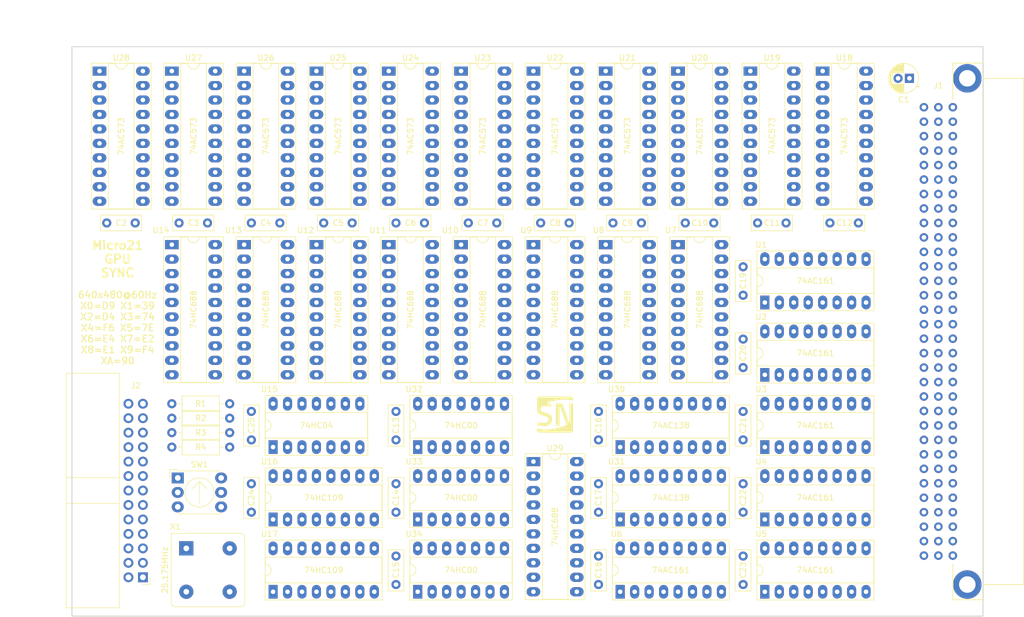
<source format=kicad_pcb>
(kicad_pcb (version 20171130) (host pcbnew 5.0.0+dfsg1-2)
  (layers (0 F.Cu signal) (31 B.Cu signal) (34 B.Paste user) (35 F.Paste user) (36 B.SilkS user) (37 F.SilkS user) (38 B.Mask user) (39 F.Mask user) (44 Edge.Cuts user))
  (net 0 "")
  (net 1 VCC)
  (net 2 D5)
  (net 3 D3)
  (net 4 D6)
  (net 5 D4)
  (net 6 A2)
  (net 7 A4)
  (net 8 A5)
  (net 9 A6)
  (net 10 "Net-(J1-PadA10)")
  (net 11 "Net-(J1-PadA11)")
  (net 12 "Net-(J1-PadA12)")
  (net 13 "Net-(J1-PadA13)")
  (net 14 "Net-(J1-PadA14)")
  (net 15 "Net-(J1-PadA15)")
  (net 16 "Net-(J1-PadA16)")
  (net 17 "Net-(J1-PadA17)")
  (net 18 "Net-(J1-PadA18)")
  (net 19 "Net-(J1-PadA19)")
  (net 20 "Net-(J1-PadA20)")
  (net 21 "Net-(J1-PadA21)")
  (net 22 "Net-(J1-PadA22)")
  (net 23 "Net-(J1-PadA23)")
  (net 24 "Net-(J1-PadA24)")
  (net 25 "Net-(J1-PadA25)")
  (net 26 "Net-(J1-PadA26)")
  (net 27 ~IORQ)
  (net 28 "Net-(J1-PadA28)")
  (net 29 "Net-(J1-PadA29)")
  (net 30 "Net-(J1-PadA30)")
  (net 31 "Net-(J1-PadA31)")
  (net 32 GND)
  (net 33 "Net-(J1-PadB31)")
  (net 34 "Net-(J1-PadB30)")
  (net 35 "Net-(J1-PadB29)")
  (net 36 "Net-(J1-PadB28)")
  (net 37 "Net-(J1-PadB27)")
  (net 38 "Net-(J1-PadB26)")
  (net 39 "Net-(J1-PadB25)")
  (net 40 "Net-(J1-PadB24)")
  (net 41 "Net-(J1-PadB23)")
  (net 42 "Net-(J1-PadB22)")
  (net 43 "Net-(J1-PadB21)")
  (net 44 "Net-(J1-PadB20)")
  (net 45 "Net-(J1-PadB19)")
  (net 46 "Net-(J1-PadB18)")
  (net 47 "Net-(J1-PadB17)")
  (net 48 "Net-(J1-PadB16)")
  (net 49 "Net-(J1-PadB15)")
  (net 50 "Net-(J1-PadB14)")
  (net 51 "Net-(J1-PadB13)")
  (net 52 "Net-(J1-PadB12)")
  (net 53 "Net-(J1-PadB11)")
  (net 54 "Net-(J1-PadB10)")
  (net 55 "Net-(J1-PadB9)")
  (net 56 "Net-(J1-PadB8)")
  (net 57 "Net-(J1-PadB7)")
  (net 58 "Net-(J1-PadB6)")
  (net 59 "Net-(J1-PadB5)")
  (net 60 "Net-(J1-PadB3)")
  (net 61 "Net-(J1-PadB4)")
  (net 62 "Net-(J1-PadB2)")
  (net 63 D0)
  (net 64 D2)
  (net 65 D7)
  (net 66 A0)
  (net 67 A3)
  (net 68 A1)
  (net 69 "Net-(J1-PadC8)")
  (net 70 A7)
  (net 71 "Net-(J1-PadC10)")
  (net 72 "Net-(J1-PadC11)")
  (net 73 "Net-(J1-PadC12)")
  (net 74 "Net-(J1-PadC13)")
  (net 75 D1)
  (net 76 "Net-(J1-PadC15)")
  (net 77 "Net-(J1-PadC16)")
  (net 78 "Net-(J1-PadC17)")
  (net 79 "Net-(J1-PadC18)")
  (net 80 "Net-(J1-PadC19)")
  (net 81 "Net-(J1-PadC20)")
  (net 82 "Net-(J1-PadC21)")
  (net 83 ~WR)
  (net 84 "Net-(J1-PadC23)")
  (net 85 "Net-(J1-PadC24)")
  (net 86 "Net-(J1-PadC25)")
  (net 87 "Net-(J1-PadC26)")
  (net 88 "Net-(J1-PadC27)")
  (net 89 "Net-(J1-PadC28)")
  (net 90 "Net-(J1-PadC29)")
  (net 91 "Net-(J1-PadC30)")
  (net 92 ~RESET)
  (net 93 /PCLK)
  (net 94 "/HSYNC Generator/P0")
  (net 95 /HBLANK)
  (net 96 /~HBLANK)
  (net 97 /HSYNC)
  (net 98 /~HSYNC)
  (net 99 /VBLANK)
  (net 100 /~VBLANK)
  (net 101 /VSYNC)
  (net 102 /~VSYNC)
  (net 103 /BLANK)
  (net 104 /~BLANK)
  (net 105 /TCC)
  (net 106 /~TCC)
  (net 107 /~TCR)
  (net 108 "/VSYNC Generator/P0")
  (net 109 "Net-(R1-Pad1)")
  (net 110 "Net-(R2-Pad1)")
  (net 111 "Net-(R3-Pad1)")
  (net 112 "Net-(R4-Pad1)")
  (net 113 "/Column Counter/CE")
  (net 114 "/Column Counter/D0")
  (net 115 "/HBLANK Generator/P1")
  (net 116 "/Column Counter/D1")
  (net 117 "/HBLANK Generator/P0")
  (net 118 "/Column Counter/D2")
  (net 119 "/HSYNC Generator/P1")
  (net 120 "/Column Counter/D3")
  (net 121 "Net-(U1-Pad15)")
  (net 122 "Net-(U2-Pad15)")
  (net 123 "/HBLANK Generator/P2")
  (net 124 "/Column Counter/D7")
  (net 125 "/HBLANK Generator/P3")
  (net 126 "/Column Counter/D6")
  (net 127 "/HBLANK Generator/P4")
  (net 128 "/Column Counter/D5")
  (net 129 "/HBLANK Generator/P5")
  (net 130 "/Column Counter/D4")
  (net 131 "Net-(U3-Pad15)")
  (net 132 "/HBLANK Generator/P6")
  (net 133 "/HBLANK Generator/P7")
  (net 134 "/Column Counter/Q10")
  (net 135 "/Column Counter/D9")
  (net 136 "/Column Counter/D8")
  (net 137 "Net-(U4-Pad15)")
  (net 138 "/Row Counter/D3")
  (net 139 "/VSYNC Generator/P1")
  (net 140 "/Row Counter/D2")
  (net 141 "/VBLANK Generator/P0")
  (net 142 "/Row Counter/D1")
  (net 143 "/VBLANK Generator/P1")
  (net 144 "/Row Counter/D0")
  (net 145 "/Row Counter/D4")
  (net 146 "/VBLANK Generator/P5")
  (net 147 "/Row Counter/D5")
  (net 148 "/VBLANK Generator/P4")
  (net 149 "/Row Counter/D6")
  (net 150 "/VBLANK Generator/P3")
  (net 151 "/Row Counter/D7")
  (net 152 "/VBLANK Generator/P2")
  (net 153 "Net-(U5-Pad15)")
  (net 154 "/Row Counter/D8")
  (net 155 "/Row Counter/D9")
  (net 156 "/Row Counter/Q10")
  (net 157 "/VBLANK Generator/P7")
  (net 158 "/VBLANK Generator/P6")
  (net 159 "Net-(U6-Pad15)")
  (net 160 "Net-(U21-Pad15)")
  (net 161 "Net-(U21-Pad19)")
  (net 162 "Net-(U21-Pad14)")
  (net 163 "Net-(U21-Pad18)")
  (net 164 "Net-(U21-Pad13)")
  (net 165 "Net-(U21-Pad17)")
  (net 166 "Net-(U21-Pad12)")
  (net 167 "Net-(U21-Pad16)")
  (net 168 "Net-(U15-Pad3)")
  (net 169 "Net-(U16-Pad3)")
  (net 170 "Net-(U22-Pad16)")
  (net 171 "Net-(U22-Pad12)")
  (net 172 "Net-(U22-Pad17)")
  (net 173 "Net-(U22-Pad13)")
  (net 174 "Net-(U22-Pad18)")
  (net 175 "Net-(U22-Pad14)")
  (net 176 "Net-(U22-Pad19)")
  (net 177 "Net-(U22-Pad15)")
  (net 178 "Net-(U15-Pad5)")
  (net 179 "Net-(U23-Pad16)")
  (net 180 "Net-(U23-Pad12)")
  (net 181 "Net-(U23-Pad17)")
  (net 182 "Net-(U23-Pad13)")
  (net 183 "Net-(U23-Pad18)")
  (net 184 "Net-(U23-Pad14)")
  (net 185 "Net-(U23-Pad19)")
  (net 186 "Net-(U23-Pad15)")
  (net 187 "Net-(U10-Pad12)")
  (net 188 "Net-(U10-Pad3)")
  (net 189 "Net-(U10-Pad14)")
  (net 190 "Net-(U10-Pad5)")
  (net 191 "Net-(U10-Pad16)")
  (net 192 "Net-(U10-Pad7)")
  (net 193 "Net-(U10-Pad18)")
  (net 194 "Net-(U10-Pad9)")
  (net 195 "Net-(U10-Pad19)")
  (net 196 "Net-(U11-Pad12)")
  (net 197 "Net-(U11-Pad3)")
  (net 198 "Net-(U11-Pad14)")
  (net 199 "Net-(U11-Pad5)")
  (net 200 "Net-(U11-Pad16)")
  (net 201 "Net-(U11-Pad7)")
  (net 202 "Net-(U11-Pad18)")
  (net 203 "Net-(U11-Pad9)")
  (net 204 "Net-(U11-Pad19)")
  (net 205 "Net-(U12-Pad19)")
  (net 206 "Net-(U12-Pad9)")
  (net 207 "Net-(U12-Pad18)")
  (net 208 "Net-(U12-Pad7)")
  (net 209 "Net-(U12-Pad16)")
  (net 210 "Net-(U12-Pad5)")
  (net 211 "Net-(U12-Pad14)")
  (net 212 "Net-(U12-Pad3)")
  (net 213 "Net-(U12-Pad12)")
  (net 214 "Net-(U13-Pad12)")
  (net 215 "Net-(U13-Pad3)")
  (net 216 "Net-(U13-Pad14)")
  (net 217 "Net-(U13-Pad5)")
  (net 218 "Net-(U13-Pad16)")
  (net 219 "Net-(U13-Pad7)")
  (net 220 "Net-(U13-Pad18)")
  (net 221 "Net-(U13-Pad9)")
  (net 222 "Net-(U13-Pad19)")
  (net 223 "Net-(U14-Pad19)")
  (net 224 "Net-(U14-Pad9)")
  (net 225 "Net-(U14-Pad18)")
  (net 226 "Net-(U14-Pad7)")
  (net 227 "Net-(U14-Pad16)")
  (net 228 "Net-(U14-Pad5)")
  (net 229 "Net-(U14-Pad14)")
  (net 230 "Net-(U14-Pad3)")
  (net 231 "Net-(U14-Pad12)")
  (net 232 "Net-(U15-Pad6)")
  (net 233 "Net-(U15-Pad4)")
  (net 234 "Net-(U15-Pad10)")
  (net 235 "Net-(U15-Pad8)")
  (net 236 "Net-(U18-Pad11)")
  (net 237 "Net-(U19-Pad11)")
  (net 238 "Net-(U20-Pad17)")
  (net 239 "Net-(U20-Pad16)")
  (net 240 "Net-(U20-Pad13)")
  (net 241 "Net-(U20-Pad11)")
  (net 242 "Net-(U21-Pad11)")
  (net 243 "Net-(U22-Pad11)")
  (net 244 "Net-(U23-Pad11)")
  (net 245 "Net-(U24-Pad11)")
  (net 246 "Net-(U25-Pad11)")
  (net 247 "Net-(U26-Pad11)")
  (net 248 "Net-(U27-Pad11)")
  (net 249 "Net-(U28-Pad11)")
  (net 250 "Net-(U29-Pad19)")
  (net 251 ~CS0)
  (net 252 ~CS7)
  (net 253 ~CS1)
  (net 254 ~CS2)
  (net 255 ~CS3)
  (net 256 ~CS4)
  (net 257 ~CS5)
  (net 258 ~CS6)
  (net 259 "Net-(U31-Pad9)")
  (net 260 "Net-(U31-Pad10)")
  (net 261 "Net-(U31-Pad11)")
  (net 262 "Net-(U31-Pad12)")
  (net 263 ~CS10)
  (net 264 ~CS9)
  (net 265 "Net-(U31-Pad7)")
  (net 266 ~CS8)
  (module common:Socket_DIN41612-CaseC1-full-Male-96Pin-3rows (layer F.Cu) (at 202.16 100 90)
    (fp_text reference J1 (at 43.18 0 180) (layer F.SilkS))
    (fp_text value C96ABC)
    (pad A1 thru_hole circle (at 39.37 2.54 270) (size 1.50114 1.50114) (drill 0.8001) (layers *.Cu *.Mask) (net 1 VCC))
    (pad A2 thru_hole circle (at 36.83 2.54 270) (size 1.50114 1.50114) (drill 0.8001) (layers *.Cu *.Mask) (net 2 D5))
    (pad A4 thru_hole circle (at 31.75 2.54 270) (size 1.50114 1.50114) (drill 0.8001) (layers *.Cu *.Mask) (net 3 D3))
    (pad A3 thru_hole circle (at 34.29 2.54 270) (size 1.50114 1.50114) (drill 0.8001) (layers *.Cu *.Mask) (net 4 D6))
    (pad A5 thru_hole circle (at 29.21 2.54 270) (size 1.50114 1.50114) (drill 0.8001) (layers *.Cu *.Mask) (net 5 D4))
    (pad A6 thru_hole circle (at 26.67 2.54 270) (size 1.50114 1.50114) (drill 0.8001) (layers *.Cu *.Mask) (net 6 A2))
    (pad A7 thru_hole circle (at 24.13 2.54 270) (size 1.50114 1.50114) (drill 0.8001) (layers *.Cu *.Mask) (net 7 A4))
    (pad A8 thru_hole circle (at 21.59 2.54 270) (size 1.50114 1.50114) (drill 0.8001) (layers *.Cu *.Mask) (net 8 A5))
    (pad A9 thru_hole circle (at 19.05 2.54 270) (size 1.50114 1.50114) (drill 0.8001) (layers *.Cu *.Mask) (net 9 A6))
    (pad A10 thru_hole circle (at 16.51 2.54 270) (size 1.50114 1.50114) (drill 0.8001) (layers *.Cu *.Mask) (net 10 "Net-(J1-PadA10)"))
    (pad A11 thru_hole circle (at 13.97 2.54 270) (size 1.50114 1.50114) (drill 0.8001) (layers *.Cu *.Mask) (net 11 "Net-(J1-PadA11)"))
    (pad A12 thru_hole circle (at 11.43 2.54 270) (size 1.50114 1.50114) (drill 0.8001) (layers *.Cu *.Mask) (net 12 "Net-(J1-PadA12)"))
    (pad A13 thru_hole circle (at 8.89 2.54 270) (size 1.50114 1.50114) (drill 0.8001) (layers *.Cu *.Mask) (net 13 "Net-(J1-PadA13)"))
    (pad A14 thru_hole circle (at 6.35 2.54 270) (size 1.50114 1.50114) (drill 0.8001) (layers *.Cu *.Mask) (net 14 "Net-(J1-PadA14)"))
    (pad A15 thru_hole circle (at 3.81 2.54 270) (size 1.50114 1.50114) (drill 0.8001) (layers *.Cu *.Mask) (net 15 "Net-(J1-PadA15)"))
    (pad A16 thru_hole circle (at 1.27 2.54 270) (size 1.50114 1.50114) (drill 0.8001) (layers *.Cu *.Mask) (net 16 "Net-(J1-PadA16)"))
    (pad A17 thru_hole circle (at -1.27 2.54 270) (size 1.50114 1.50114) (drill 0.8001) (layers *.Cu *.Mask) (net 17 "Net-(J1-PadA17)"))
    (pad A18 thru_hole circle (at -3.81 2.54 270) (size 1.50114 1.50114) (drill 0.8001) (layers *.Cu *.Mask) (net 18 "Net-(J1-PadA18)"))
    (pad A19 thru_hole circle (at -6.35 2.54 270) (size 1.50114 1.50114) (drill 0.8001) (layers *.Cu *.Mask) (net 19 "Net-(J1-PadA19)"))
    (pad A20 thru_hole circle (at -8.89 2.54 270) (size 1.50114 1.50114) (drill 0.8001) (layers *.Cu *.Mask) (net 20 "Net-(J1-PadA20)"))
    (pad A21 thru_hole circle (at -11.43 2.54 270) (size 1.50114 1.50114) (drill 0.8001) (layers *.Cu *.Mask) (net 21 "Net-(J1-PadA21)"))
    (pad A22 thru_hole circle (at -13.97 2.54 270) (size 1.50114 1.50114) (drill 0.8001) (layers *.Cu *.Mask) (net 22 "Net-(J1-PadA22)"))
    (pad A23 thru_hole circle (at -16.51 2.54 270) (size 1.50114 1.50114) (drill 0.8001) (layers *.Cu *.Mask) (net 23 "Net-(J1-PadA23)"))
    (pad A24 thru_hole circle (at -19.05 2.54 270) (size 1.50114 1.50114) (drill 0.8001) (layers *.Cu *.Mask) (net 24 "Net-(J1-PadA24)"))
    (pad A25 thru_hole circle (at -21.59 2.54 270) (size 1.50114 1.50114) (drill 0.8001) (layers *.Cu *.Mask) (net 25 "Net-(J1-PadA25)"))
    (pad A26 thru_hole circle (at -24.13 2.54 270) (size 1.50114 1.50114) (drill 0.8001) (layers *.Cu *.Mask) (net 26 "Net-(J1-PadA26)"))
    (pad A27 thru_hole circle (at -26.67 2.54 270) (size 1.50114 1.50114) (drill 0.8001) (layers *.Cu *.Mask) (net 27 ~IORQ))
    (pad A28 thru_hole circle (at -29.21 2.54 270) (size 1.50114 1.50114) (drill 0.8001) (layers *.Cu *.Mask) (net 28 "Net-(J1-PadA28)"))
    (pad A29 thru_hole circle (at -31.75 2.54 270) (size 1.50114 1.50114) (drill 0.8001) (layers *.Cu *.Mask) (net 29 "Net-(J1-PadA29)"))
    (pad A30 thru_hole circle (at -34.29 2.54 270) (size 1.50114 1.50114) (drill 0.8001) (layers *.Cu *.Mask) (net 30 "Net-(J1-PadA30)"))
    (pad A31 thru_hole circle (at -36.83 2.54 270) (size 1.50114 1.50114) (drill 0.8001) (layers *.Cu *.Mask) (net 31 "Net-(J1-PadA31)"))
    (pad A32 thru_hole circle (at -39.37 2.54 270) (size 1.50114 1.50114) (drill 0.8001) (layers *.Cu *.Mask) (net 32 GND))
    (pad B32 thru_hole circle (at -39.37 0 270) (size 1.50114 1.50114) (drill 0.8001) (layers *.Cu *.Mask) (net 32 GND))
    (pad B31 thru_hole circle (at -36.83 0 270) (size 1.50114 1.50114) (drill 0.8001) (layers *.Cu *.Mask) (net 33 "Net-(J1-PadB31)"))
    (pad B30 thru_hole circle (at -34.29 0 270) (size 1.50114 1.50114) (drill 0.8001) (layers *.Cu *.Mask) (net 34 "Net-(J1-PadB30)"))
    (pad B29 thru_hole circle (at -31.75 0 270) (size 1.50114 1.50114) (drill 0.8001) (layers *.Cu *.Mask) (net 35 "Net-(J1-PadB29)"))
    (pad B28 thru_hole circle (at -29.21 0 270) (size 1.50114 1.50114) (drill 0.8001) (layers *.Cu *.Mask) (net 36 "Net-(J1-PadB28)"))
    (pad B27 thru_hole circle (at -26.67 0 270) (size 1.50114 1.50114) (drill 0.8001) (layers *.Cu *.Mask) (net 37 "Net-(J1-PadB27)"))
    (pad B26 thru_hole circle (at -24.13 0 270) (size 1.50114 1.50114) (drill 0.8001) (layers *.Cu *.Mask) (net 38 "Net-(J1-PadB26)"))
    (pad B25 thru_hole circle (at -21.59 0 270) (size 1.50114 1.50114) (drill 0.8001) (layers *.Cu *.Mask) (net 39 "Net-(J1-PadB25)"))
    (pad B24 thru_hole circle (at -19.05 0 270) (size 1.50114 1.50114) (drill 0.8001) (layers *.Cu *.Mask) (net 40 "Net-(J1-PadB24)"))
    (pad B23 thru_hole circle (at -16.51 0 270) (size 1.50114 1.50114) (drill 0.8001) (layers *.Cu *.Mask) (net 41 "Net-(J1-PadB23)"))
    (pad B22 thru_hole circle (at -13.97 0 270) (size 1.50114 1.50114) (drill 0.8001) (layers *.Cu *.Mask) (net 42 "Net-(J1-PadB22)"))
    (pad B21 thru_hole circle (at -11.43 0 270) (size 1.50114 1.50114) (drill 0.8001) (layers *.Cu *.Mask) (net 43 "Net-(J1-PadB21)"))
    (pad B20 thru_hole circle (at -8.89 0 270) (size 1.50114 1.50114) (drill 0.8001) (layers *.Cu *.Mask) (net 44 "Net-(J1-PadB20)"))
    (pad B19 thru_hole circle (at -6.35 0 270) (size 1.50114 1.50114) (drill 0.8001) (layers *.Cu *.Mask) (net 45 "Net-(J1-PadB19)"))
    (pad B18 thru_hole circle (at -3.81 0 270) (size 1.50114 1.50114) (drill 0.8001) (layers *.Cu *.Mask) (net 46 "Net-(J1-PadB18)"))
    (pad B17 thru_hole circle (at -1.27 0 270) (size 1.50114 1.50114) (drill 0.8001) (layers *.Cu *.Mask) (net 47 "Net-(J1-PadB17)"))
    (pad B16 thru_hole circle (at 1.27 0 270) (size 1.50114 1.50114) (drill 0.8001) (layers *.Cu *.Mask) (net 48 "Net-(J1-PadB16)"))
    (pad B15 thru_hole circle (at 3.81 0 270) (size 1.50114 1.50114) (drill 0.8001) (layers *.Cu *.Mask) (net 49 "Net-(J1-PadB15)"))
    (pad B14 thru_hole circle (at 6.35 0 270) (size 1.50114 1.50114) (drill 0.8001) (layers *.Cu *.Mask) (net 50 "Net-(J1-PadB14)"))
    (pad B13 thru_hole circle (at 8.89 0 270) (size 1.50114 1.50114) (drill 0.8001) (layers *.Cu *.Mask) (net 51 "Net-(J1-PadB13)"))
    (pad B12 thru_hole circle (at 11.43 0 270) (size 1.50114 1.50114) (drill 0.8001) (layers *.Cu *.Mask) (net 52 "Net-(J1-PadB12)"))
    (pad B11 thru_hole circle (at 13.97 0 270) (size 1.50114 1.50114) (drill 0.8001) (layers *.Cu *.Mask) (net 53 "Net-(J1-PadB11)"))
    (pad B10 thru_hole circle (at 16.51 0 270) (size 1.50114 1.50114) (drill 0.8001) (layers *.Cu *.Mask) (net 54 "Net-(J1-PadB10)"))
    (pad B9 thru_hole circle (at 19.05 0 270) (size 1.50114 1.50114) (drill 0.8001) (layers *.Cu *.Mask) (net 55 "Net-(J1-PadB9)"))
    (pad B8 thru_hole circle (at 21.59 0 270) (size 1.50114 1.50114) (drill 0.8001) (layers *.Cu *.Mask) (net 56 "Net-(J1-PadB8)"))
    (pad B7 thru_hole circle (at 24.13 0 270) (size 1.50114 1.50114) (drill 0.8001) (layers *.Cu *.Mask) (net 57 "Net-(J1-PadB7)"))
    (pad B6 thru_hole circle (at 26.67 0 270) (size 1.50114 1.50114) (drill 0.8001) (layers *.Cu *.Mask) (net 58 "Net-(J1-PadB6)"))
    (pad B5 thru_hole circle (at 29.21 0 270) (size 1.50114 1.50114) (drill 0.8001) (layers *.Cu *.Mask) (net 59 "Net-(J1-PadB5)"))
    (pad B3 thru_hole circle (at 34.29 0 270) (size 1.50114 1.50114) (drill 0.8001) (layers *.Cu *.Mask) (net 60 "Net-(J1-PadB3)"))
    (pad B4 thru_hole circle (at 31.75 0 270) (size 1.50114 1.50114) (drill 0.8001) (layers *.Cu *.Mask) (net 61 "Net-(J1-PadB4)"))
    (pad B2 thru_hole circle (at 36.83 0 270) (size 1.50114 1.50114) (drill 0.8001) (layers *.Cu *.Mask) (net 62 "Net-(J1-PadB2)"))
    (pad B1 thru_hole circle (at 39.37 0 270) (size 1.50114 1.50114) (drill 0.8001) (layers *.Cu *.Mask) (net 1 VCC))
    (pad C1 thru_hole circle (at 39.37 -2.54 270) (size 1.50114 1.50114) (drill 0.8001) (layers *.Cu *.Mask) (net 1 VCC))
    (pad C2 thru_hole circle (at 36.83 -2.54 270) (size 1.50114 1.50114) (drill 0.8001) (layers *.Cu *.Mask) (net 63 D0))
    (pad C4 thru_hole circle (at 31.75 -2.54 270) (size 1.50114 1.50114) (drill 0.8001) (layers *.Cu *.Mask) (net 64 D2))
    (pad C3 thru_hole circle (at 34.29 -2.54 270) (size 1.50114 1.50114) (drill 0.8001) (layers *.Cu *.Mask) (net 65 D7))
    (pad C5 thru_hole circle (at 29.21 -2.54 270) (size 1.50114 1.50114) (drill 0.8001) (layers *.Cu *.Mask) (net 66 A0))
    (pad C6 thru_hole circle (at 26.67 -2.54 270) (size 1.50114 1.50114) (drill 0.8001) (layers *.Cu *.Mask) (net 67 A3))
    (pad C7 thru_hole circle (at 24.13 -2.54 270) (size 1.50114 1.50114) (drill 0.8001) (layers *.Cu *.Mask) (net 68 A1))
    (pad C8 thru_hole circle (at 21.59 -2.54 270) (size 1.50114 1.50114) (drill 0.8001) (layers *.Cu *.Mask) (net 69 "Net-(J1-PadC8)"))
    (pad C9 thru_hole circle (at 19.05 -2.54 270) (size 1.50114 1.50114) (drill 0.8001) (layers *.Cu *.Mask) (net 70 A7))
    (pad C10 thru_hole circle (at 16.51 -2.54 270) (size 1.50114 1.50114) (drill 0.8001) (layers *.Cu *.Mask) (net 71 "Net-(J1-PadC10)"))
    (pad C11 thru_hole circle (at 13.97 -2.54 270) (size 1.50114 1.50114) (drill 0.8001) (layers *.Cu *.Mask) (net 72 "Net-(J1-PadC11)"))
    (pad C12 thru_hole circle (at 11.43 -2.54 270) (size 1.50114 1.50114) (drill 0.8001) (layers *.Cu *.Mask) (net 73 "Net-(J1-PadC12)"))
    (pad C13 thru_hole circle (at 8.89 -2.54 270) (size 1.50114 1.50114) (drill 0.8001) (layers *.Cu *.Mask) (net 74 "Net-(J1-PadC13)"))
    (pad C14 thru_hole circle (at 6.35 -2.54 270) (size 1.50114 1.50114) (drill 0.8001) (layers *.Cu *.Mask) (net 75 D1))
    (pad C15 thru_hole circle (at 3.81 -2.54 270) (size 1.50114 1.50114) (drill 0.8001) (layers *.Cu *.Mask) (net 76 "Net-(J1-PadC15)"))
    (pad C16 thru_hole circle (at 1.27 -2.54 270) (size 1.50114 1.50114) (drill 0.8001) (layers *.Cu *.Mask) (net 77 "Net-(J1-PadC16)"))
    (pad C17 thru_hole circle (at -1.27 -2.54 270) (size 1.50114 1.50114) (drill 0.8001) (layers *.Cu *.Mask) (net 78 "Net-(J1-PadC17)"))
    (pad C18 thru_hole circle (at -3.81 -2.54 270) (size 1.50114 1.50114) (drill 0.8001) (layers *.Cu *.Mask) (net 79 "Net-(J1-PadC18)"))
    (pad C19 thru_hole circle (at -6.35 -2.54 270) (size 1.50114 1.50114) (drill 0.8001) (layers *.Cu *.Mask) (net 80 "Net-(J1-PadC19)"))
    (pad C20 thru_hole circle (at -8.89 -2.54 270) (size 1.50114 1.50114) (drill 0.8001) (layers *.Cu *.Mask) (net 81 "Net-(J1-PadC20)"))
    (pad C21 thru_hole circle (at -11.43 -2.54 270) (size 1.50114 1.50114) (drill 0.8001) (layers *.Cu *.Mask) (net 82 "Net-(J1-PadC21)"))
    (pad C22 thru_hole circle (at -13.97 -2.54 270) (size 1.50114 1.50114) (drill 0.8001) (layers *.Cu *.Mask) (net 83 ~WR))
    (pad C23 thru_hole circle (at -16.51 -2.54 270) (size 1.50114 1.50114) (drill 0.8001) (layers *.Cu *.Mask) (net 84 "Net-(J1-PadC23)"))
    (pad C24 thru_hole circle (at -19.05 -2.54 270) (size 1.50114 1.50114) (drill 0.8001) (layers *.Cu *.Mask) (net 85 "Net-(J1-PadC24)"))
    (pad C25 thru_hole circle (at -21.59 -2.54 270) (size 1.50114 1.50114) (drill 0.8001) (layers *.Cu *.Mask) (net 86 "Net-(J1-PadC25)"))
    (pad C26 thru_hole circle (at -24.13 -2.54 270) (size 1.50114 1.50114) (drill 0.8001) (layers *.Cu *.Mask) (net 87 "Net-(J1-PadC26)"))
    (pad C27 thru_hole circle (at -26.67 -2.54 270) (size 1.50114 1.50114) (drill 0.8001) (layers *.Cu *.Mask) (net 88 "Net-(J1-PadC27)"))
    (pad C28 thru_hole circle (at -29.21 -2.54 270) (size 1.50114 1.50114) (drill 0.8001) (layers *.Cu *.Mask) (net 89 "Net-(J1-PadC28)"))
    (pad C29 thru_hole circle (at -31.75 -2.54 270) (size 1.50114 1.50114) (drill 0.8001) (layers *.Cu *.Mask) (net 90 "Net-(J1-PadC29)"))
    (pad C30 thru_hole circle (at -34.29 -2.54 270) (size 1.50114 1.50114) (drill 0.8001) (layers *.Cu *.Mask) (net 91 "Net-(J1-PadC30)"))
    (pad C31 thru_hole circle (at -36.83 -2.54 270) (size 1.50114 1.50114) (drill 0.8001) (layers *.Cu *.Mask) (net 92 ~RESET))
    (pad C32 thru_hole circle (at -39.37 -2.54 270) (size 1.50114 1.50114) (drill 0.8001) (layers *.Cu *.Mask) (net 32 GND))
    (pad 1 thru_hole circle (at -44.45 5.08 90) (size 5 5) (drill 2.90068) (layers *.Cu *.Mask))
    (pad 1 thru_hole circle (at 44.45 5.08 90) (size 5 5) (drill 2.90068) (layers *.Cu *.Mask))
  )
  (module Connector_IDC:IDC-Header_2x13_P2.54mm_Horizontal (layer F.Cu) (at 62.46 143.18 180)
    (fp_text reference J2 (at 1.27 33.655 180) (layer F.SilkS))
    (fp_text value Conn_01x26_Male)
    (pad 1 thru_hole rect (at 0 0 180) (size 1.7272 1.7272) (drill 1.016) (layers *.Cu *.Mask) (net 32 GND))
    (pad 2 thru_hole oval (at 2.54 0 180) (size 1.7272 1.7272) (drill 1.016) (layers *.Cu *.Mask) (net 93 /PCLK))
    (pad 3 thru_hole oval (at 0 2.54 180) (size 1.7272 1.7272) (drill 1.016) (layers *.Cu *.Mask) (net 32 GND))
    (pad 4 thru_hole oval (at 2.54 2.54 180) (size 1.7272 1.7272) (drill 1.016) (layers *.Cu *.Mask) (net 94 "/HSYNC Generator/P0"))
    (pad 5 thru_hole oval (at 0 5.08 180) (size 1.7272 1.7272) (drill 1.016) (layers *.Cu *.Mask) (net 32 GND))
    (pad 6 thru_hole oval (at 2.54 5.08 180) (size 1.7272 1.7272) (drill 1.016) (layers *.Cu *.Mask) (net 95 /HBLANK))
    (pad 7 thru_hole oval (at 0 7.62 180) (size 1.7272 1.7272) (drill 1.016) (layers *.Cu *.Mask) (net 96 /~HBLANK))
    (pad 8 thru_hole oval (at 2.54 7.62 180) (size 1.7272 1.7272) (drill 1.016) (layers *.Cu *.Mask) (net 32 GND))
    (pad 9 thru_hole oval (at 0 10.16 180) (size 1.7272 1.7272) (drill 1.016) (layers *.Cu *.Mask) (net 97 /HSYNC))
    (pad 10 thru_hole oval (at 2.54 10.16 180) (size 1.7272 1.7272) (drill 1.016) (layers *.Cu *.Mask) (net 98 /~HSYNC))
    (pad 11 thru_hole oval (at 0 12.7 180) (size 1.7272 1.7272) (drill 1.016) (layers *.Cu *.Mask) (net 32 GND))
    (pad 12 thru_hole oval (at 2.54 12.7 180) (size 1.7272 1.7272) (drill 1.016) (layers *.Cu *.Mask) (net 99 /VBLANK))
    (pad 13 thru_hole oval (at 0 15.24 180) (size 1.7272 1.7272) (drill 1.016) (layers *.Cu *.Mask) (net 100 /~VBLANK))
    (pad 14 thru_hole oval (at 2.54 15.24 180) (size 1.7272 1.7272) (drill 1.016) (layers *.Cu *.Mask) (net 32 GND))
    (pad 15 thru_hole oval (at 0 17.78 180) (size 1.7272 1.7272) (drill 1.016) (layers *.Cu *.Mask) (net 101 /VSYNC))
    (pad 16 thru_hole oval (at 2.54 17.78 180) (size 1.7272 1.7272) (drill 1.016) (layers *.Cu *.Mask) (net 102 /~VSYNC))
    (pad 17 thru_hole oval (at 0 20.32 180) (size 1.7272 1.7272) (drill 1.016) (layers *.Cu *.Mask) (net 32 GND))
    (pad 18 thru_hole oval (at 2.54 20.32 180) (size 1.7272 1.7272) (drill 1.016) (layers *.Cu *.Mask) (net 103 /BLANK))
    (pad 19 thru_hole oval (at 0 22.86 180) (size 1.7272 1.7272) (drill 1.016) (layers *.Cu *.Mask) (net 104 /~BLANK))
    (pad 20 thru_hole oval (at 2.54 22.86 180) (size 1.7272 1.7272) (drill 1.016) (layers *.Cu *.Mask) (net 32 GND))
    (pad 21 thru_hole oval (at 0 25.4 180) (size 1.7272 1.7272) (drill 1.016) (layers *.Cu *.Mask) (net 105 /TCC))
    (pad 22 thru_hole oval (at 2.54 25.4 180) (size 1.7272 1.7272) (drill 1.016) (layers *.Cu *.Mask) (net 106 /~TCC))
    (pad 23 thru_hole oval (at 0 27.94 180) (size 1.7272 1.7272) (drill 1.016) (layers *.Cu *.Mask) (net 32 GND))
    (pad 24 thru_hole oval (at 2.54 27.94 180) (size 1.7272 1.7272) (drill 1.016) (layers *.Cu *.Mask) (net 107 /~TCR))
    (pad 25 thru_hole oval (at 0 30.48 180) (size 1.7272 1.7272) (drill 1.016) (layers *.Cu *.Mask) (net 32 GND))
    (pad 26 thru_hole oval (at 2.54 30.48 180) (size 1.7272 1.7272) (drill 1.016) (layers *.Cu *.Mask) (net 108 "/VSYNC Generator/P0"))
  )
  (module Resistor_THT:R_Axial_DIN0207_L6.3mm_D2.5mm_P10.16mm_Horizontal (layer F.Cu) (at 67.54 112.7)
    (fp_text reference R1 (at 5.08 0) (layer F.SilkS))
    (fp_text value 100k)
    (pad 1 thru_hole circle (at 0 0) (size 1.6 1.6) (drill 0.8) (layers *.Cu *.Mask) (net 109 "Net-(R1-Pad1)"))
    (pad 2 thru_hole oval (at 10.16 0) (size 1.6 1.6) (drill 0.8) (layers *.Cu *.Mask) (net 32 GND))
  )
  (module Resistor_THT:R_Axial_DIN0207_L6.3mm_D2.5mm_P10.16mm_Horizontal (layer F.Cu) (at 67.54 115.24)
    (fp_text reference R2 (at 5.08 0) (layer F.SilkS))
    (fp_text value 100k)
    (pad 2 thru_hole oval (at 10.16 0) (size 1.6 1.6) (drill 0.8) (layers *.Cu *.Mask) (net 32 GND))
    (pad 1 thru_hole circle (at 0 0) (size 1.6 1.6) (drill 0.8) (layers *.Cu *.Mask) (net 110 "Net-(R2-Pad1)"))
  )
  (module Resistor_THT:R_Axial_DIN0207_L6.3mm_D2.5mm_P10.16mm_Horizontal (layer F.Cu) (at 67.54 117.78)
    (fp_text reference R3 (at 5.08 0) (layer F.SilkS))
    (fp_text value 100k)
    (pad 1 thru_hole circle (at 0 0) (size 1.6 1.6) (drill 0.8) (layers *.Cu *.Mask) (net 111 "Net-(R3-Pad1)"))
    (pad 2 thru_hole oval (at 10.16 0) (size 1.6 1.6) (drill 0.8) (layers *.Cu *.Mask) (net 32 GND))
  )
  (module Resistor_THT:R_Axial_DIN0207_L6.3mm_D2.5mm_P10.16mm_Horizontal (layer F.Cu) (at 67.54 120.32)
    (fp_text reference R4 (at 5.08 0) (layer F.SilkS))
    (fp_text value 100k)
    (pad 2 thru_hole oval (at 10.16 0) (size 1.6 1.6) (drill 0.8) (layers *.Cu *.Mask) (net 32 GND))
    (pad 1 thru_hole circle (at 0 0) (size 1.6 1.6) (drill 0.8) (layers *.Cu *.Mask) (net 112 "Net-(R4-Pad1)"))
  )
  (module Package_DIP:DIP-16_W7.62mm_Socket_LongPads (layer F.Cu) (at 171.68 94.92 90)
    (fp_text reference U1 (at 10.16 -0.635 180) (layer F.SilkS))
    (fp_text value 74AC161 (at 3.81 8.89 180) (layer F.SilkS))
    (pad 1 thru_hole rect (at 0 0 90) (size 2.4 1.6) (drill 0.8) (layers *.Cu *.Mask) (net 92 ~RESET))
    (pad 9 thru_hole oval (at 7.62 17.78 90) (size 2.4 1.6) (drill 0.8) (layers *.Cu *.Mask) (net 106 /~TCC))
    (pad 2 thru_hole oval (at 0 2.54 90) (size 2.4 1.6) (drill 0.8) (layers *.Cu *.Mask) (net 93 /PCLK))
    (pad 10 thru_hole oval (at 7.62 15.24 90) (size 2.4 1.6) (drill 0.8) (layers *.Cu *.Mask) (net 113 "/Column Counter/CE"))
    (pad 3 thru_hole oval (at 0 5.08 90) (size 2.4 1.6) (drill 0.8) (layers *.Cu *.Mask) (net 114 "/Column Counter/D0"))
    (pad 11 thru_hole oval (at 7.62 12.7 90) (size 2.4 1.6) (drill 0.8) (layers *.Cu *.Mask) (net 115 "/HBLANK Generator/P1"))
    (pad 4 thru_hole oval (at 0 7.62 90) (size 2.4 1.6) (drill 0.8) (layers *.Cu *.Mask) (net 116 "/Column Counter/D1"))
    (pad 12 thru_hole oval (at 7.62 10.16 90) (size 2.4 1.6) (drill 0.8) (layers *.Cu *.Mask) (net 117 "/HBLANK Generator/P0"))
    (pad 5 thru_hole oval (at 0 10.16 90) (size 2.4 1.6) (drill 0.8) (layers *.Cu *.Mask) (net 118 "/Column Counter/D2"))
    (pad 13 thru_hole oval (at 7.62 7.62 90) (size 2.4 1.6) (drill 0.8) (layers *.Cu *.Mask) (net 119 "/HSYNC Generator/P1"))
    (pad 6 thru_hole oval (at 0 12.7 90) (size 2.4 1.6) (drill 0.8) (layers *.Cu *.Mask) (net 120 "/Column Counter/D3"))
    (pad 14 thru_hole oval (at 7.62 5.08 90) (size 2.4 1.6) (drill 0.8) (layers *.Cu *.Mask) (net 94 "/HSYNC Generator/P0"))
    (pad 7 thru_hole oval (at 0 15.24 90) (size 2.4 1.6) (drill 0.8) (layers *.Cu *.Mask) (net 1 VCC))
    (pad 15 thru_hole oval (at 7.62 2.54 90) (size 2.4 1.6) (drill 0.8) (layers *.Cu *.Mask) (net 121 "Net-(U1-Pad15)"))
    (pad 8 thru_hole oval (at 0 17.78 90) (size 2.4 1.6) (drill 0.8) (layers *.Cu *.Mask) (net 32 GND))
    (pad 16 thru_hole oval (at 7.62 0 90) (size 2.4 1.6) (drill 0.8) (layers *.Cu *.Mask) (net 1 VCC))
  )
  (module Package_DIP:DIP-16_W7.62mm_Socket_LongPads (layer F.Cu) (at 171.68 107.62 90)
    (fp_text reference U2 (at 10.16 -0.635 180) (layer F.SilkS))
    (fp_text value 74AC161 (at 3.81 8.89 180) (layer F.SilkS))
    (pad 16 thru_hole oval (at 7.62 0 90) (size 2.4 1.6) (drill 0.8) (layers *.Cu *.Mask) (net 1 VCC))
    (pad 8 thru_hole oval (at 0 17.78 90) (size 2.4 1.6) (drill 0.8) (layers *.Cu *.Mask) (net 32 GND))
    (pad 15 thru_hole oval (at 7.62 2.54 90) (size 2.4 1.6) (drill 0.8) (layers *.Cu *.Mask) (net 122 "Net-(U2-Pad15)"))
    (pad 7 thru_hole oval (at 0 15.24 90) (size 2.4 1.6) (drill 0.8) (layers *.Cu *.Mask) (net 121 "Net-(U1-Pad15)"))
    (pad 14 thru_hole oval (at 7.62 5.08 90) (size 2.4 1.6) (drill 0.8) (layers *.Cu *.Mask) (net 123 "/HBLANK Generator/P2"))
    (pad 6 thru_hole oval (at 0 12.7 90) (size 2.4 1.6) (drill 0.8) (layers *.Cu *.Mask) (net 124 "/Column Counter/D7"))
    (pad 13 thru_hole oval (at 7.62 7.62 90) (size 2.4 1.6) (drill 0.8) (layers *.Cu *.Mask) (net 125 "/HBLANK Generator/P3"))
    (pad 5 thru_hole oval (at 0 10.16 90) (size 2.4 1.6) (drill 0.8) (layers *.Cu *.Mask) (net 126 "/Column Counter/D6"))
    (pad 12 thru_hole oval (at 7.62 10.16 90) (size 2.4 1.6) (drill 0.8) (layers *.Cu *.Mask) (net 127 "/HBLANK Generator/P4"))
    (pad 4 thru_hole oval (at 0 7.62 90) (size 2.4 1.6) (drill 0.8) (layers *.Cu *.Mask) (net 128 "/Column Counter/D5"))
    (pad 11 thru_hole oval (at 7.62 12.7 90) (size 2.4 1.6) (drill 0.8) (layers *.Cu *.Mask) (net 129 "/HBLANK Generator/P5"))
    (pad 3 thru_hole oval (at 0 5.08 90) (size 2.4 1.6) (drill 0.8) (layers *.Cu *.Mask) (net 130 "/Column Counter/D4"))
    (pad 10 thru_hole oval (at 7.62 15.24 90) (size 2.4 1.6) (drill 0.8) (layers *.Cu *.Mask) (net 1 VCC))
    (pad 2 thru_hole oval (at 0 2.54 90) (size 2.4 1.6) (drill 0.8) (layers *.Cu *.Mask) (net 93 /PCLK))
    (pad 9 thru_hole oval (at 7.62 17.78 90) (size 2.4 1.6) (drill 0.8) (layers *.Cu *.Mask) (net 106 /~TCC))
    (pad 1 thru_hole rect (at 0 0 90) (size 2.4 1.6) (drill 0.8) (layers *.Cu *.Mask) (net 92 ~RESET))
  )
  (module Package_DIP:DIP-16_W7.62mm_Socket_LongPads (layer F.Cu) (at 171.68 120.32 90)
    (fp_text reference U3 (at 10.16 -0.635 180) (layer F.SilkS))
    (fp_text value 74AC161 (at 3.81 8.89 180) (layer F.SilkS))
    (pad 16 thru_hole oval (at 7.62 0 90) (size 2.4 1.6) (drill 0.8) (layers *.Cu *.Mask) (net 1 VCC))
    (pad 8 thru_hole oval (at 0 17.78 90) (size 2.4 1.6) (drill 0.8) (layers *.Cu *.Mask) (net 32 GND))
    (pad 15 thru_hole oval (at 7.62 2.54 90) (size 2.4 1.6) (drill 0.8) (layers *.Cu *.Mask) (net 131 "Net-(U3-Pad15)"))
    (pad 7 thru_hole oval (at 0 15.24 90) (size 2.4 1.6) (drill 0.8) (layers *.Cu *.Mask) (net 121 "Net-(U1-Pad15)"))
    (pad 14 thru_hole oval (at 7.62 5.08 90) (size 2.4 1.6) (drill 0.8) (layers *.Cu *.Mask) (net 132 "/HBLANK Generator/P6"))
    (pad 6 thru_hole oval (at 0 12.7 90) (size 2.4 1.6) (drill 0.8) (layers *.Cu *.Mask) (net 1 VCC))
    (pad 13 thru_hole oval (at 7.62 7.62 90) (size 2.4 1.6) (drill 0.8) (layers *.Cu *.Mask) (net 133 "/HBLANK Generator/P7"))
    (pad 5 thru_hole oval (at 0 10.16 90) (size 2.4 1.6) (drill 0.8) (layers *.Cu *.Mask) (net 1 VCC))
    (pad 12 thru_hole oval (at 7.62 10.16 90) (size 2.4 1.6) (drill 0.8) (layers *.Cu *.Mask) (net 134 "/Column Counter/Q10"))
    (pad 4 thru_hole oval (at 0 7.62 90) (size 2.4 1.6) (drill 0.8) (layers *.Cu *.Mask) (net 135 "/Column Counter/D9"))
    (pad 11 thru_hole oval (at 7.62 12.7 90) (size 2.4 1.6) (drill 0.8) (layers *.Cu *.Mask) (net 106 /~TCC))
    (pad 3 thru_hole oval (at 0 5.08 90) (size 2.4 1.6) (drill 0.8) (layers *.Cu *.Mask) (net 136 "/Column Counter/D8"))
    (pad 10 thru_hole oval (at 7.62 15.24 90) (size 2.4 1.6) (drill 0.8) (layers *.Cu *.Mask) (net 122 "Net-(U2-Pad15)"))
    (pad 2 thru_hole oval (at 0 2.54 90) (size 2.4 1.6) (drill 0.8) (layers *.Cu *.Mask) (net 93 /PCLK))
    (pad 9 thru_hole oval (at 7.62 17.78 90) (size 2.4 1.6) (drill 0.8) (layers *.Cu *.Mask) (net 106 /~TCC))
    (pad 1 thru_hole rect (at 0 0 90) (size 2.4 1.6) (drill 0.8) (layers *.Cu *.Mask) (net 92 ~RESET))
  )
  (module Package_DIP:DIP-16_W7.62mm_Socket_LongPads (layer F.Cu) (at 171.68 133.02 90)
    (fp_text reference U4 (at 10.16 -0.635 180) (layer F.SilkS))
    (fp_text value 74AC161 (at 3.81 8.89 180) (layer F.SilkS))
    (pad 16 thru_hole oval (at 7.62 0 90) (size 2.4 1.6) (drill 0.8) (layers *.Cu *.Mask) (net 1 VCC))
    (pad 8 thru_hole oval (at 0 17.78 90) (size 2.4 1.6) (drill 0.8) (layers *.Cu *.Mask) (net 32 GND))
    (pad 15 thru_hole oval (at 7.62 2.54 90) (size 2.4 1.6) (drill 0.8) (layers *.Cu *.Mask) (net 137 "Net-(U4-Pad15)"))
    (pad 7 thru_hole oval (at 0 15.24 90) (size 2.4 1.6) (drill 0.8) (layers *.Cu *.Mask) (net 1 VCC))
    (pad 14 thru_hole oval (at 7.62 5.08 90) (size 2.4 1.6) (drill 0.8) (layers *.Cu *.Mask) (net 108 "/VSYNC Generator/P0"))
    (pad 6 thru_hole oval (at 0 12.7 90) (size 2.4 1.6) (drill 0.8) (layers *.Cu *.Mask) (net 138 "/Row Counter/D3"))
    (pad 13 thru_hole oval (at 7.62 7.62 90) (size 2.4 1.6) (drill 0.8) (layers *.Cu *.Mask) (net 139 "/VSYNC Generator/P1"))
    (pad 5 thru_hole oval (at 0 10.16 90) (size 2.4 1.6) (drill 0.8) (layers *.Cu *.Mask) (net 140 "/Row Counter/D2"))
    (pad 12 thru_hole oval (at 7.62 10.16 90) (size 2.4 1.6) (drill 0.8) (layers *.Cu *.Mask) (net 141 "/VBLANK Generator/P0"))
    (pad 4 thru_hole oval (at 0 7.62 90) (size 2.4 1.6) (drill 0.8) (layers *.Cu *.Mask) (net 142 "/Row Counter/D1"))
    (pad 11 thru_hole oval (at 7.62 12.7 90) (size 2.4 1.6) (drill 0.8) (layers *.Cu *.Mask) (net 143 "/VBLANK Generator/P1"))
    (pad 3 thru_hole oval (at 0 5.08 90) (size 2.4 1.6) (drill 0.8) (layers *.Cu *.Mask) (net 144 "/Row Counter/D0"))
    (pad 10 thru_hole oval (at 7.62 15.24 90) (size 2.4 1.6) (drill 0.8) (layers *.Cu *.Mask) (net 105 /TCC))
    (pad 2 thru_hole oval (at 0 2.54 90) (size 2.4 1.6) (drill 0.8) (layers *.Cu *.Mask) (net 93 /PCLK))
    (pad 9 thru_hole oval (at 7.62 17.78 90) (size 2.4 1.6) (drill 0.8) (layers *.Cu *.Mask) (net 107 /~TCR))
    (pad 1 thru_hole rect (at 0 0 90) (size 2.4 1.6) (drill 0.8) (layers *.Cu *.Mask) (net 92 ~RESET))
  )
  (module Package_DIP:DIP-16_W7.62mm_Socket_LongPads (layer F.Cu) (at 171.68 145.72 90)
    (fp_text reference U5 (at 10.16 -0.635 180) (layer F.SilkS))
    (fp_text value 74AC161 (at 3.81 8.89 180) (layer F.SilkS))
    (pad 1 thru_hole rect (at 0 0 90) (size 2.4 1.6) (drill 0.8) (layers *.Cu *.Mask) (net 92 ~RESET))
    (pad 9 thru_hole oval (at 7.62 17.78 90) (size 2.4 1.6) (drill 0.8) (layers *.Cu *.Mask) (net 107 /~TCR))
    (pad 2 thru_hole oval (at 0 2.54 90) (size 2.4 1.6) (drill 0.8) (layers *.Cu *.Mask) (net 93 /PCLK))
    (pad 10 thru_hole oval (at 7.62 15.24 90) (size 2.4 1.6) (drill 0.8) (layers *.Cu *.Mask) (net 1 VCC))
    (pad 3 thru_hole oval (at 0 5.08 90) (size 2.4 1.6) (drill 0.8) (layers *.Cu *.Mask) (net 145 "/Row Counter/D4"))
    (pad 11 thru_hole oval (at 7.62 12.7 90) (size 2.4 1.6) (drill 0.8) (layers *.Cu *.Mask) (net 146 "/VBLANK Generator/P5"))
    (pad 4 thru_hole oval (at 0 7.62 90) (size 2.4 1.6) (drill 0.8) (layers *.Cu *.Mask) (net 147 "/Row Counter/D5"))
    (pad 12 thru_hole oval (at 7.62 10.16 90) (size 2.4 1.6) (drill 0.8) (layers *.Cu *.Mask) (net 148 "/VBLANK Generator/P4"))
    (pad 5 thru_hole oval (at 0 10.16 90) (size 2.4 1.6) (drill 0.8) (layers *.Cu *.Mask) (net 149 "/Row Counter/D6"))
    (pad 13 thru_hole oval (at 7.62 7.62 90) (size 2.4 1.6) (drill 0.8) (layers *.Cu *.Mask) (net 150 "/VBLANK Generator/P3"))
    (pad 6 thru_hole oval (at 0 12.7 90) (size 2.4 1.6) (drill 0.8) (layers *.Cu *.Mask) (net 151 "/Row Counter/D7"))
    (pad 14 thru_hole oval (at 7.62 5.08 90) (size 2.4 1.6) (drill 0.8) (layers *.Cu *.Mask) (net 152 "/VBLANK Generator/P2"))
    (pad 7 thru_hole oval (at 0 15.24 90) (size 2.4 1.6) (drill 0.8) (layers *.Cu *.Mask) (net 137 "Net-(U4-Pad15)"))
    (pad 15 thru_hole oval (at 7.62 2.54 90) (size 2.4 1.6) (drill 0.8) (layers *.Cu *.Mask) (net 153 "Net-(U5-Pad15)"))
    (pad 8 thru_hole oval (at 0 17.78 90) (size 2.4 1.6) (drill 0.8) (layers *.Cu *.Mask) (net 32 GND))
    (pad 16 thru_hole oval (at 7.62 0 90) (size 2.4 1.6) (drill 0.8) (layers *.Cu *.Mask) (net 1 VCC))
  )
  (module Package_DIP:DIP-16_W7.62mm_Socket_LongPads (layer F.Cu) (at 146.28 145.72 90)
    (fp_text reference U6 (at 10.16 -0.635 180) (layer F.SilkS))
    (fp_text value 74AC161 (at 3.81 8.89 180) (layer F.SilkS))
    (pad 1 thru_hole rect (at 0 0 90) (size 2.4 1.6) (drill 0.8) (layers *.Cu *.Mask) (net 92 ~RESET))
    (pad 9 thru_hole oval (at 7.62 17.78 90) (size 2.4 1.6) (drill 0.8) (layers *.Cu *.Mask) (net 107 /~TCR))
    (pad 2 thru_hole oval (at 0 2.54 90) (size 2.4 1.6) (drill 0.8) (layers *.Cu *.Mask) (net 93 /PCLK))
    (pad 10 thru_hole oval (at 7.62 15.24 90) (size 2.4 1.6) (drill 0.8) (layers *.Cu *.Mask) (net 153 "Net-(U5-Pad15)"))
    (pad 3 thru_hole oval (at 0 5.08 90) (size 2.4 1.6) (drill 0.8) (layers *.Cu *.Mask) (net 154 "/Row Counter/D8"))
    (pad 11 thru_hole oval (at 7.62 12.7 90) (size 2.4 1.6) (drill 0.8) (layers *.Cu *.Mask) (net 107 /~TCR))
    (pad 4 thru_hole oval (at 0 7.62 90) (size 2.4 1.6) (drill 0.8) (layers *.Cu *.Mask) (net 155 "/Row Counter/D9"))
    (pad 12 thru_hole oval (at 7.62 10.16 90) (size 2.4 1.6) (drill 0.8) (layers *.Cu *.Mask) (net 156 "/Row Counter/Q10"))
    (pad 5 thru_hole oval (at 0 10.16 90) (size 2.4 1.6) (drill 0.8) (layers *.Cu *.Mask) (net 1 VCC))
    (pad 13 thru_hole oval (at 7.62 7.62 90) (size 2.4 1.6) (drill 0.8) (layers *.Cu *.Mask) (net 157 "/VBLANK Generator/P7"))
    (pad 6 thru_hole oval (at 0 12.7 90) (size 2.4 1.6) (drill 0.8) (layers *.Cu *.Mask) (net 1 VCC))
    (pad 14 thru_hole oval (at 7.62 5.08 90) (size 2.4 1.6) (drill 0.8) (layers *.Cu *.Mask) (net 158 "/VBLANK Generator/P6"))
    (pad 7 thru_hole oval (at 0 15.24 90) (size 2.4 1.6) (drill 0.8) (layers *.Cu *.Mask) (net 137 "Net-(U4-Pad15)"))
    (pad 15 thru_hole oval (at 7.62 2.54 90) (size 2.4 1.6) (drill 0.8) (layers *.Cu *.Mask) (net 159 "Net-(U6-Pad15)"))
    (pad 8 thru_hole oval (at 0 17.78 90) (size 2.4 1.6) (drill 0.8) (layers *.Cu *.Mask) (net 32 GND))
    (pad 16 thru_hole oval (at 7.62 0 90) (size 2.4 1.6) (drill 0.8) (layers *.Cu *.Mask) (net 1 VCC))
  )
  (module Package_DIP:DIP-20_W7.62mm_Socket_LongPads (layer F.Cu) (at 156.44 84.76)
    (fp_text reference U7 (at -1.27 -2.54) (layer F.SilkS))
    (fp_text value 74HC688 (at 3.81 11.43 90) (layer F.SilkS))
    (pad 1 thru_hole rect (at 0 0) (size 2.4 1.6) (drill 0.8) (layers *.Cu *.Mask) (net 32 GND))
    (pad 11 thru_hole oval (at 7.62 22.86) (size 2.4 1.6) (drill 0.8) (layers *.Cu *.Mask) (net 127 "/HBLANK Generator/P4"))
    (pad 2 thru_hole oval (at 0 2.54) (size 2.4 1.6) (drill 0.8) (layers *.Cu *.Mask) (net 117 "/HBLANK Generator/P0"))
    (pad 12 thru_hole oval (at 7.62 20.32) (size 2.4 1.6) (drill 0.8) (layers *.Cu *.Mask) (net 160 "Net-(U21-Pad15)"))
    (pad 3 thru_hole oval (at 0 5.08) (size 2.4 1.6) (drill 0.8) (layers *.Cu *.Mask) (net 161 "Net-(U21-Pad19)"))
    (pad 13 thru_hole oval (at 7.62 17.78) (size 2.4 1.6) (drill 0.8) (layers *.Cu *.Mask) (net 129 "/HBLANK Generator/P5"))
    (pad 4 thru_hole oval (at 0 7.62) (size 2.4 1.6) (drill 0.8) (layers *.Cu *.Mask) (net 115 "/HBLANK Generator/P1"))
    (pad 14 thru_hole oval (at 7.62 15.24) (size 2.4 1.6) (drill 0.8) (layers *.Cu *.Mask) (net 162 "Net-(U21-Pad14)"))
    (pad 5 thru_hole oval (at 0 10.16) (size 2.4 1.6) (drill 0.8) (layers *.Cu *.Mask) (net 163 "Net-(U21-Pad18)"))
    (pad 15 thru_hole oval (at 7.62 12.7) (size 2.4 1.6) (drill 0.8) (layers *.Cu *.Mask) (net 132 "/HBLANK Generator/P6"))
    (pad 6 thru_hole oval (at 0 12.7) (size 2.4 1.6) (drill 0.8) (layers *.Cu *.Mask) (net 123 "/HBLANK Generator/P2"))
    (pad 16 thru_hole oval (at 7.62 10.16) (size 2.4 1.6) (drill 0.8) (layers *.Cu *.Mask) (net 164 "Net-(U21-Pad13)"))
    (pad 7 thru_hole oval (at 0 15.24) (size 2.4 1.6) (drill 0.8) (layers *.Cu *.Mask) (net 165 "Net-(U21-Pad17)"))
    (pad 17 thru_hole oval (at 7.62 7.62) (size 2.4 1.6) (drill 0.8) (layers *.Cu *.Mask) (net 133 "/HBLANK Generator/P7"))
    (pad 8 thru_hole oval (at 0 17.78) (size 2.4 1.6) (drill 0.8) (layers *.Cu *.Mask) (net 125 "/HBLANK Generator/P3"))
    (pad 18 thru_hole oval (at 7.62 5.08) (size 2.4 1.6) (drill 0.8) (layers *.Cu *.Mask) (net 166 "Net-(U21-Pad12)"))
    (pad 9 thru_hole oval (at 0 20.32) (size 2.4 1.6) (drill 0.8) (layers *.Cu *.Mask) (net 167 "Net-(U21-Pad16)"))
    (pad 19 thru_hole oval (at 7.62 2.54) (size 2.4 1.6) (drill 0.8) (layers *.Cu *.Mask) (net 168 "Net-(U15-Pad3)"))
    (pad 10 thru_hole oval (at 0 22.86) (size 2.4 1.6) (drill 0.8) (layers *.Cu *.Mask) (net 32 GND))
    (pad 20 thru_hole oval (at 7.62 0) (size 2.4 1.6) (drill 0.8) (layers *.Cu *.Mask) (net 1 VCC))
  )
  (module Package_DIP:DIP-20_W7.62mm_Socket_LongPads (layer F.Cu) (at 143.74 84.76)
    (fp_text reference U8 (at -1.27 -2.54) (layer F.SilkS))
    (fp_text value 74HC688 (at 3.81 11.43 90) (layer F.SilkS))
    (pad 20 thru_hole oval (at 7.62 0) (size 2.4 1.6) (drill 0.8) (layers *.Cu *.Mask) (net 1 VCC))
    (pad 10 thru_hole oval (at 0 22.86) (size 2.4 1.6) (drill 0.8) (layers *.Cu *.Mask) (net 32 GND))
    (pad 19 thru_hole oval (at 7.62 2.54) (size 2.4 1.6) (drill 0.8) (layers *.Cu *.Mask) (net 169 "Net-(U16-Pad3)"))
    (pad 9 thru_hole oval (at 0 20.32) (size 2.4 1.6) (drill 0.8) (layers *.Cu *.Mask) (net 170 "Net-(U22-Pad16)"))
    (pad 18 thru_hole oval (at 7.62 5.08) (size 2.4 1.6) (drill 0.8) (layers *.Cu *.Mask) (net 171 "Net-(U22-Pad12)"))
    (pad 8 thru_hole oval (at 0 17.78) (size 2.4 1.6) (drill 0.8) (layers *.Cu *.Mask) (net 125 "/HBLANK Generator/P3"))
    (pad 17 thru_hole oval (at 7.62 7.62) (size 2.4 1.6) (drill 0.8) (layers *.Cu *.Mask) (net 133 "/HBLANK Generator/P7"))
    (pad 7 thru_hole oval (at 0 15.24) (size 2.4 1.6) (drill 0.8) (layers *.Cu *.Mask) (net 172 "Net-(U22-Pad17)"))
    (pad 16 thru_hole oval (at 7.62 10.16) (size 2.4 1.6) (drill 0.8) (layers *.Cu *.Mask) (net 173 "Net-(U22-Pad13)"))
    (pad 6 thru_hole oval (at 0 12.7) (size 2.4 1.6) (drill 0.8) (layers *.Cu *.Mask) (net 123 "/HBLANK Generator/P2"))
    (pad 15 thru_hole oval (at 7.62 12.7) (size 2.4 1.6) (drill 0.8) (layers *.Cu *.Mask) (net 132 "/HBLANK Generator/P6"))
    (pad 5 thru_hole oval (at 0 10.16) (size 2.4 1.6) (drill 0.8) (layers *.Cu *.Mask) (net 174 "Net-(U22-Pad18)"))
    (pad 14 thru_hole oval (at 7.62 15.24) (size 2.4 1.6) (drill 0.8) (layers *.Cu *.Mask) (net 175 "Net-(U22-Pad14)"))
    (pad 4 thru_hole oval (at 0 7.62) (size 2.4 1.6) (drill 0.8) (layers *.Cu *.Mask) (net 115 "/HBLANK Generator/P1"))
    (pad 13 thru_hole oval (at 7.62 17.78) (size 2.4 1.6) (drill 0.8) (layers *.Cu *.Mask) (net 129 "/HBLANK Generator/P5"))
    (pad 3 thru_hole oval (at 0 5.08) (size 2.4 1.6) (drill 0.8) (layers *.Cu *.Mask) (net 176 "Net-(U22-Pad19)"))
    (pad 12 thru_hole oval (at 7.62 20.32) (size 2.4 1.6) (drill 0.8) (layers *.Cu *.Mask) (net 177 "Net-(U22-Pad15)"))
    (pad 2 thru_hole oval (at 0 2.54) (size 2.4 1.6) (drill 0.8) (layers *.Cu *.Mask) (net 117 "/HBLANK Generator/P0"))
    (pad 11 thru_hole oval (at 7.62 22.86) (size 2.4 1.6) (drill 0.8) (layers *.Cu *.Mask) (net 127 "/HBLANK Generator/P4"))
    (pad 1 thru_hole rect (at 0 0) (size 2.4 1.6) (drill 0.8) (layers *.Cu *.Mask) (net 32 GND))
  )
  (module Package_DIP:DIP-20_W7.62mm_Socket_LongPads (layer F.Cu) (at 131.04 84.76)
    (fp_text reference U9 (at -1.27 -2.54) (layer F.SilkS))
    (fp_text value 74HC688 (at 3.81 11.43 90) (layer F.SilkS))
    (pad 20 thru_hole oval (at 7.62 0) (size 2.4 1.6) (drill 0.8) (layers *.Cu *.Mask) (net 1 VCC))
    (pad 10 thru_hole oval (at 0 22.86) (size 2.4 1.6) (drill 0.8) (layers *.Cu *.Mask) (net 32 GND))
    (pad 19 thru_hole oval (at 7.62 2.54) (size 2.4 1.6) (drill 0.8) (layers *.Cu *.Mask) (net 178 "Net-(U15-Pad5)"))
    (pad 9 thru_hole oval (at 0 20.32) (size 2.4 1.6) (drill 0.8) (layers *.Cu *.Mask) (net 179 "Net-(U23-Pad16)"))
    (pad 18 thru_hole oval (at 7.62 5.08) (size 2.4 1.6) (drill 0.8) (layers *.Cu *.Mask) (net 180 "Net-(U23-Pad12)"))
    (pad 8 thru_hole oval (at 0 17.78) (size 2.4 1.6) (drill 0.8) (layers *.Cu *.Mask) (net 115 "/HBLANK Generator/P1"))
    (pad 17 thru_hole oval (at 7.62 7.62) (size 2.4 1.6) (drill 0.8) (layers *.Cu *.Mask) (net 129 "/HBLANK Generator/P5"))
    (pad 7 thru_hole oval (at 0 15.24) (size 2.4 1.6) (drill 0.8) (layers *.Cu *.Mask) (net 181 "Net-(U23-Pad17)"))
    (pad 16 thru_hole oval (at 7.62 10.16) (size 2.4 1.6) (drill 0.8) (layers *.Cu *.Mask) (net 182 "Net-(U23-Pad13)"))
    (pad 6 thru_hole oval (at 0 12.7) (size 2.4 1.6) (drill 0.8) (layers *.Cu *.Mask) (net 117 "/HBLANK Generator/P0"))
    (pad 15 thru_hole oval (at 7.62 12.7) (size 2.4 1.6) (drill 0.8) (layers *.Cu *.Mask) (net 127 "/HBLANK Generator/P4"))
    (pad 5 thru_hole oval (at 0 10.16) (size 2.4 1.6) (drill 0.8) (layers *.Cu *.Mask) (net 183 "Net-(U23-Pad18)"))
    (pad 14 thru_hole oval (at 7.62 15.24) (size 2.4 1.6) (drill 0.8) (layers *.Cu *.Mask) (net 184 "Net-(U23-Pad14)"))
    (pad 4 thru_hole oval (at 0 7.62) (size 2.4 1.6) (drill 0.8) (layers *.Cu *.Mask) (net 119 "/HSYNC Generator/P1"))
    (pad 13 thru_hole oval (at 7.62 17.78) (size 2.4 1.6) (drill 0.8) (layers *.Cu *.Mask) (net 125 "/HBLANK Generator/P3"))
    (pad 3 thru_hole oval (at 0 5.08) (size 2.4 1.6) (drill 0.8) (layers *.Cu *.Mask) (net 185 "Net-(U23-Pad19)"))
    (pad 12 thru_hole oval (at 7.62 20.32) (size 2.4 1.6) (drill 0.8) (layers *.Cu *.Mask) (net 186 "Net-(U23-Pad15)"))
    (pad 2 thru_hole oval (at 0 2.54) (size 2.4 1.6) (drill 0.8) (layers *.Cu *.Mask) (net 94 "/HSYNC Generator/P0"))
    (pad 11 thru_hole oval (at 7.62 22.86) (size 2.4 1.6) (drill 0.8) (layers *.Cu *.Mask) (net 123 "/HBLANK Generator/P2"))
    (pad 1 thru_hole rect (at 0 0) (size 2.4 1.6) (drill 0.8) (layers *.Cu *.Mask) (net 96 /~HBLANK))
  )
  (module Package_DIP:DIP-20_W7.62mm_Socket_LongPads (layer F.Cu) (at 118.34 84.76)
    (fp_text reference U10 (at -1.905 -2.54) (layer F.SilkS))
    (fp_text value 74HC688 (at 3.81 11.43 90) (layer F.SilkS))
    (pad 1 thru_hole rect (at 0 0) (size 2.4 1.6) (drill 0.8) (layers *.Cu *.Mask) (net 96 /~HBLANK))
    (pad 11 thru_hole oval (at 7.62 22.86) (size 2.4 1.6) (drill 0.8) (layers *.Cu *.Mask) (net 123 "/HBLANK Generator/P2"))
    (pad 2 thru_hole oval (at 0 2.54) (size 2.4 1.6) (drill 0.8) (layers *.Cu *.Mask) (net 94 "/HSYNC Generator/P0"))
    (pad 12 thru_hole oval (at 7.62 20.32) (size 2.4 1.6) (drill 0.8) (layers *.Cu *.Mask) (net 187 "Net-(U10-Pad12)"))
    (pad 3 thru_hole oval (at 0 5.08) (size 2.4 1.6) (drill 0.8) (layers *.Cu *.Mask) (net 188 "Net-(U10-Pad3)"))
    (pad 13 thru_hole oval (at 7.62 17.78) (size 2.4 1.6) (drill 0.8) (layers *.Cu *.Mask) (net 125 "/HBLANK Generator/P3"))
    (pad 4 thru_hole oval (at 0 7.62) (size 2.4 1.6) (drill 0.8) (layers *.Cu *.Mask) (net 119 "/HSYNC Generator/P1"))
    (pad 14 thru_hole oval (at 7.62 15.24) (size 2.4 1.6) (drill 0.8) (layers *.Cu *.Mask) (net 189 "Net-(U10-Pad14)"))
    (pad 5 thru_hole oval (at 0 10.16) (size 2.4 1.6) (drill 0.8) (layers *.Cu *.Mask) (net 190 "Net-(U10-Pad5)"))
    (pad 15 thru_hole oval (at 7.62 12.7) (size 2.4 1.6) (drill 0.8) (layers *.Cu *.Mask) (net 127 "/HBLANK Generator/P4"))
    (pad 6 thru_hole oval (at 0 12.7) (size 2.4 1.6) (drill 0.8) (layers *.Cu *.Mask) (net 117 "/HBLANK Generator/P0"))
    (pad 16 thru_hole oval (at 7.62 10.16) (size 2.4 1.6) (drill 0.8) (layers *.Cu *.Mask) (net 191 "Net-(U10-Pad16)"))
    (pad 7 thru_hole oval (at 0 15.24) (size 2.4 1.6) (drill 0.8) (layers *.Cu *.Mask) (net 192 "Net-(U10-Pad7)"))
    (pad 17 thru_hole oval (at 7.62 7.62) (size 2.4 1.6) (drill 0.8) (layers *.Cu *.Mask) (net 129 "/HBLANK Generator/P5"))
    (pad 8 thru_hole oval (at 0 17.78) (size 2.4 1.6) (drill 0.8) (layers *.Cu *.Mask) (net 115 "/HBLANK Generator/P1"))
    (pad 18 thru_hole oval (at 7.62 5.08) (size 2.4 1.6) (drill 0.8) (layers *.Cu *.Mask) (net 193 "Net-(U10-Pad18)"))
    (pad 9 thru_hole oval (at 0 20.32) (size 2.4 1.6) (drill 0.8) (layers *.Cu *.Mask) (net 194 "Net-(U10-Pad9)"))
    (pad 19 thru_hole oval (at 7.62 2.54) (size 2.4 1.6) (drill 0.8) (layers *.Cu *.Mask) (net 195 "Net-(U10-Pad19)"))
    (pad 10 thru_hole oval (at 0 22.86) (size 2.4 1.6) (drill 0.8) (layers *.Cu *.Mask) (net 32 GND))
    (pad 20 thru_hole oval (at 7.62 0) (size 2.4 1.6) (drill 0.8) (layers *.Cu *.Mask) (net 1 VCC))
  )
  (module Package_DIP:DIP-20_W7.62mm_Socket_LongPads (layer F.Cu) (at 105.64 84.76)
    (fp_text reference U11 (at -1.905 -2.54) (layer F.SilkS))
    (fp_text value 74HC688 (at 3.81 11.43 90) (layer F.SilkS))
    (pad 1 thru_hole rect (at 0 0) (size 2.4 1.6) (drill 0.8) (layers *.Cu *.Mask) (net 32 GND))
    (pad 11 thru_hole oval (at 7.62 22.86) (size 2.4 1.6) (drill 0.8) (layers *.Cu *.Mask) (net 148 "/VBLANK Generator/P4"))
    (pad 2 thru_hole oval (at 0 2.54) (size 2.4 1.6) (drill 0.8) (layers *.Cu *.Mask) (net 141 "/VBLANK Generator/P0"))
    (pad 12 thru_hole oval (at 7.62 20.32) (size 2.4 1.6) (drill 0.8) (layers *.Cu *.Mask) (net 196 "Net-(U11-Pad12)"))
    (pad 3 thru_hole oval (at 0 5.08) (size 2.4 1.6) (drill 0.8) (layers *.Cu *.Mask) (net 197 "Net-(U11-Pad3)"))
    (pad 13 thru_hole oval (at 7.62 17.78) (size 2.4 1.6) (drill 0.8) (layers *.Cu *.Mask) (net 146 "/VBLANK Generator/P5"))
    (pad 4 thru_hole oval (at 0 7.62) (size 2.4 1.6) (drill 0.8) (layers *.Cu *.Mask) (net 143 "/VBLANK Generator/P1"))
    (pad 14 thru_hole oval (at 7.62 15.24) (size 2.4 1.6) (drill 0.8) (layers *.Cu *.Mask) (net 198 "Net-(U11-Pad14)"))
    (pad 5 thru_hole oval (at 0 10.16) (size 2.4 1.6) (drill 0.8) (layers *.Cu *.Mask) (net 199 "Net-(U11-Pad5)"))
    (pad 15 thru_hole oval (at 7.62 12.7) (size 2.4 1.6) (drill 0.8) (layers *.Cu *.Mask) (net 158 "/VBLANK Generator/P6"))
    (pad 6 thru_hole oval (at 0 12.7) (size 2.4 1.6) (drill 0.8) (layers *.Cu *.Mask) (net 152 "/VBLANK Generator/P2"))
    (pad 16 thru_hole oval (at 7.62 10.16) (size 2.4 1.6) (drill 0.8) (layers *.Cu *.Mask) (net 200 "Net-(U11-Pad16)"))
    (pad 7 thru_hole oval (at 0 15.24) (size 2.4 1.6) (drill 0.8) (layers *.Cu *.Mask) (net 201 "Net-(U11-Pad7)"))
    (pad 17 thru_hole oval (at 7.62 7.62) (size 2.4 1.6) (drill 0.8) (layers *.Cu *.Mask) (net 157 "/VBLANK Generator/P7"))
    (pad 8 thru_hole oval (at 0 17.78) (size 2.4 1.6) (drill 0.8) (layers *.Cu *.Mask) (net 150 "/VBLANK Generator/P3"))
    (pad 18 thru_hole oval (at 7.62 5.08) (size 2.4 1.6) (drill 0.8) (layers *.Cu *.Mask) (net 202 "Net-(U11-Pad18)"))
    (pad 9 thru_hole oval (at 0 20.32) (size 2.4 1.6) (drill 0.8) (layers *.Cu *.Mask) (net 203 "Net-(U11-Pad9)"))
    (pad 19 thru_hole oval (at 7.62 2.54) (size 2.4 1.6) (drill 0.8) (layers *.Cu *.Mask) (net 204 "Net-(U11-Pad19)"))
    (pad 10 thru_hole oval (at 0 22.86) (size 2.4 1.6) (drill 0.8) (layers *.Cu *.Mask) (net 32 GND))
    (pad 20 thru_hole oval (at 7.62 0) (size 2.4 1.6) (drill 0.8) (layers *.Cu *.Mask) (net 1 VCC))
  )
  (module Package_DIP:DIP-20_W7.62mm_Socket_LongPads (layer F.Cu) (at 92.94 84.76)
    (fp_text reference U12 (at -1.905 -2.54) (layer F.SilkS))
    (fp_text value 74HC688 (at 3.81 11.43 90) (layer F.SilkS))
    (pad 20 thru_hole oval (at 7.62 0) (size 2.4 1.6) (drill 0.8) (layers *.Cu *.Mask) (net 1 VCC))
    (pad 10 thru_hole oval (at 0 22.86) (size 2.4 1.6) (drill 0.8) (layers *.Cu *.Mask) (net 32 GND))
    (pad 19 thru_hole oval (at 7.62 2.54) (size 2.4 1.6) (drill 0.8) (layers *.Cu *.Mask) (net 205 "Net-(U12-Pad19)"))
    (pad 9 thru_hole oval (at 0 20.32) (size 2.4 1.6) (drill 0.8) (layers *.Cu *.Mask) (net 206 "Net-(U12-Pad9)"))
    (pad 18 thru_hole oval (at 7.62 5.08) (size 2.4 1.6) (drill 0.8) (layers *.Cu *.Mask) (net 207 "Net-(U12-Pad18)"))
    (pad 8 thru_hole oval (at 0 17.78) (size 2.4 1.6) (drill 0.8) (layers *.Cu *.Mask) (net 150 "/VBLANK Generator/P3"))
    (pad 17 thru_hole oval (at 7.62 7.62) (size 2.4 1.6) (drill 0.8) (layers *.Cu *.Mask) (net 157 "/VBLANK Generator/P7"))
    (pad 7 thru_hole oval (at 0 15.24) (size 2.4 1.6) (drill 0.8) (layers *.Cu *.Mask) (net 208 "Net-(U12-Pad7)"))
    (pad 16 thru_hole oval (at 7.62 10.16) (size 2.4 1.6) (drill 0.8) (layers *.Cu *.Mask) (net 209 "Net-(U12-Pad16)"))
    (pad 6 thru_hole oval (at 0 12.7) (size 2.4 1.6) (drill 0.8) (layers *.Cu *.Mask) (net 152 "/VBLANK Generator/P2"))
    (pad 15 thru_hole oval (at 7.62 12.7) (size 2.4 1.6) (drill 0.8) (layers *.Cu *.Mask) (net 158 "/VBLANK Generator/P6"))
    (pad 5 thru_hole oval (at 0 10.16) (size 2.4 1.6) (drill 0.8) (layers *.Cu *.Mask) (net 210 "Net-(U12-Pad5)"))
    (pad 14 thru_hole oval (at 7.62 15.24) (size 2.4 1.6) (drill 0.8) (layers *.Cu *.Mask) (net 211 "Net-(U12-Pad14)"))
    (pad 4 thru_hole oval (at 0 7.62) (size 2.4 1.6) (drill 0.8) (layers *.Cu *.Mask) (net 143 "/VBLANK Generator/P1"))
    (pad 13 thru_hole oval (at 7.62 17.78) (size 2.4 1.6) (drill 0.8) (layers *.Cu *.Mask) (net 146 "/VBLANK Generator/P5"))
    (pad 3 thru_hole oval (at 0 5.08) (size 2.4 1.6) (drill 0.8) (layers *.Cu *.Mask) (net 212 "Net-(U12-Pad3)"))
    (pad 12 thru_hole oval (at 7.62 20.32) (size 2.4 1.6) (drill 0.8) (layers *.Cu *.Mask) (net 213 "Net-(U12-Pad12)"))
    (pad 2 thru_hole oval (at 0 2.54) (size 2.4 1.6) (drill 0.8) (layers *.Cu *.Mask) (net 141 "/VBLANK Generator/P0"))
    (pad 11 thru_hole oval (at 7.62 22.86) (size 2.4 1.6) (drill 0.8) (layers *.Cu *.Mask) (net 148 "/VBLANK Generator/P4"))
    (pad 1 thru_hole rect (at 0 0) (size 2.4 1.6) (drill 0.8) (layers *.Cu *.Mask) (net 32 GND))
  )
  (module Package_DIP:DIP-20_W7.62mm_Socket_LongPads (layer F.Cu) (at 80.24 84.76)
    (fp_text reference U13 (at -1.905 -2.54) (layer F.SilkS))
    (fp_text value 74HC688 (at 3.81 11.43 90) (layer F.SilkS))
    (pad 1 thru_hole rect (at 0 0) (size 2.4 1.6) (drill 0.8) (layers *.Cu *.Mask) (net 100 /~VBLANK))
    (pad 11 thru_hole oval (at 7.62 22.86) (size 2.4 1.6) (drill 0.8) (layers *.Cu *.Mask) (net 152 "/VBLANK Generator/P2"))
    (pad 2 thru_hole oval (at 0 2.54) (size 2.4 1.6) (drill 0.8) (layers *.Cu *.Mask) (net 108 "/VSYNC Generator/P0"))
    (pad 12 thru_hole oval (at 7.62 20.32) (size 2.4 1.6) (drill 0.8) (layers *.Cu *.Mask) (net 214 "Net-(U13-Pad12)"))
    (pad 3 thru_hole oval (at 0 5.08) (size 2.4 1.6) (drill 0.8) (layers *.Cu *.Mask) (net 215 "Net-(U13-Pad3)"))
    (pad 13 thru_hole oval (at 7.62 17.78) (size 2.4 1.6) (drill 0.8) (layers *.Cu *.Mask) (net 150 "/VBLANK Generator/P3"))
    (pad 4 thru_hole oval (at 0 7.62) (size 2.4 1.6) (drill 0.8) (layers *.Cu *.Mask) (net 139 "/VSYNC Generator/P1"))
    (pad 14 thru_hole oval (at 7.62 15.24) (size 2.4 1.6) (drill 0.8) (layers *.Cu *.Mask) (net 216 "Net-(U13-Pad14)"))
    (pad 5 thru_hole oval (at 0 10.16) (size 2.4 1.6) (drill 0.8) (layers *.Cu *.Mask) (net 217 "Net-(U13-Pad5)"))
    (pad 15 thru_hole oval (at 7.62 12.7) (size 2.4 1.6) (drill 0.8) (layers *.Cu *.Mask) (net 148 "/VBLANK Generator/P4"))
    (pad 6 thru_hole oval (at 0 12.7) (size 2.4 1.6) (drill 0.8) (layers *.Cu *.Mask) (net 141 "/VBLANK Generator/P0"))
    (pad 16 thru_hole oval (at 7.62 10.16) (size 2.4 1.6) (drill 0.8) (layers *.Cu *.Mask) (net 218 "Net-(U13-Pad16)"))
    (pad 7 thru_hole oval (at 0 15.24) (size 2.4 1.6) (drill 0.8) (layers *.Cu *.Mask) (net 219 "Net-(U13-Pad7)"))
    (pad 17 thru_hole oval (at 7.62 7.62) (size 2.4 1.6) (drill 0.8) (layers *.Cu *.Mask) (net 146 "/VBLANK Generator/P5"))
    (pad 8 thru_hole oval (at 0 17.78) (size 2.4 1.6) (drill 0.8) (layers *.Cu *.Mask) (net 143 "/VBLANK Generator/P1"))
    (pad 18 thru_hole oval (at 7.62 5.08) (size 2.4 1.6) (drill 0.8) (layers *.Cu *.Mask) (net 220 "Net-(U13-Pad18)"))
    (pad 9 thru_hole oval (at 0 20.32) (size 2.4 1.6) (drill 0.8) (layers *.Cu *.Mask) (net 221 "Net-(U13-Pad9)"))
    (pad 19 thru_hole oval (at 7.62 2.54) (size 2.4 1.6) (drill 0.8) (layers *.Cu *.Mask) (net 222 "Net-(U13-Pad19)"))
    (pad 10 thru_hole oval (at 0 22.86) (size 2.4 1.6) (drill 0.8) (layers *.Cu *.Mask) (net 32 GND))
    (pad 20 thru_hole oval (at 7.62 0) (size 2.4 1.6) (drill 0.8) (layers *.Cu *.Mask) (net 1 VCC))
  )
  (module Package_DIP:DIP-20_W7.62mm_Socket_LongPads (layer F.Cu) (at 67.54 84.76)
    (fp_text reference U14 (at -1.905 -2.54) (layer F.SilkS))
    (fp_text value 74HC688 (at 3.81 11.43 90) (layer F.SilkS))
    (pad 20 thru_hole oval (at 7.62 0) (size 2.4 1.6) (drill 0.8) (layers *.Cu *.Mask) (net 1 VCC))
    (pad 10 thru_hole oval (at 0 22.86) (size 2.4 1.6) (drill 0.8) (layers *.Cu *.Mask) (net 32 GND))
    (pad 19 thru_hole oval (at 7.62 2.54) (size 2.4 1.6) (drill 0.8) (layers *.Cu *.Mask) (net 223 "Net-(U14-Pad19)"))
    (pad 9 thru_hole oval (at 0 20.32) (size 2.4 1.6) (drill 0.8) (layers *.Cu *.Mask) (net 224 "Net-(U14-Pad9)"))
    (pad 18 thru_hole oval (at 7.62 5.08) (size 2.4 1.6) (drill 0.8) (layers *.Cu *.Mask) (net 225 "Net-(U14-Pad18)"))
    (pad 8 thru_hole oval (at 0 17.78) (size 2.4 1.6) (drill 0.8) (layers *.Cu *.Mask) (net 143 "/VBLANK Generator/P1"))
    (pad 17 thru_hole oval (at 7.62 7.62) (size 2.4 1.6) (drill 0.8) (layers *.Cu *.Mask) (net 146 "/VBLANK Generator/P5"))
    (pad 7 thru_hole oval (at 0 15.24) (size 2.4 1.6) (drill 0.8) (layers *.Cu *.Mask) (net 226 "Net-(U14-Pad7)"))
    (pad 16 thru_hole oval (at 7.62 10.16) (size 2.4 1.6) (drill 0.8) (layers *.Cu *.Mask) (net 227 "Net-(U14-Pad16)"))
    (pad 6 thru_hole oval (at 0 12.7) (size 2.4 1.6) (drill 0.8) (layers *.Cu *.Mask) (net 141 "/VBLANK Generator/P0"))
    (pad 15 thru_hole oval (at 7.62 12.7) (size 2.4 1.6) (drill 0.8) (layers *.Cu *.Mask) (net 148 "/VBLANK Generator/P4"))
    (pad 5 thru_hole oval (at 0 10.16) (size 2.4 1.6) (drill 0.8) (layers *.Cu *.Mask) (net 228 "Net-(U14-Pad5)"))
    (pad 14 thru_hole oval (at 7.62 15.24) (size 2.4 1.6) (drill 0.8) (layers *.Cu *.Mask) (net 229 "Net-(U14-Pad14)"))
    (pad 4 thru_hole oval (at 0 7.62) (size 2.4 1.6) (drill 0.8) (layers *.Cu *.Mask) (net 139 "/VSYNC Generator/P1"))
    (pad 13 thru_hole oval (at 7.62 17.78) (size 2.4 1.6) (drill 0.8) (layers *.Cu *.Mask) (net 150 "/VBLANK Generator/P3"))
    (pad 3 thru_hole oval (at 0 5.08) (size 2.4 1.6) (drill 0.8) (layers *.Cu *.Mask) (net 230 "Net-(U14-Pad3)"))
    (pad 12 thru_hole oval (at 7.62 20.32) (size 2.4 1.6) (drill 0.8) (layers *.Cu *.Mask) (net 231 "Net-(U14-Pad12)"))
    (pad 2 thru_hole oval (at 0 2.54) (size 2.4 1.6) (drill 0.8) (layers *.Cu *.Mask) (net 108 "/VSYNC Generator/P0"))
    (pad 11 thru_hole oval (at 7.62 22.86) (size 2.4 1.6) (drill 0.8) (layers *.Cu *.Mask) (net 152 "/VBLANK Generator/P2"))
    (pad 1 thru_hole rect (at 0 0) (size 2.4 1.6) (drill 0.8) (layers *.Cu *.Mask) (net 100 /~VBLANK))
  )
  (module Package_DIP:DIP-14_W7.62mm_Socket_LongPads (layer F.Cu) (at 85.32 120.32 90)
    (fp_text reference U15 (at 10.16 -0.635 180) (layer F.SilkS))
    (fp_text value 74HC04 (at 3.81 7.62 180) (layer F.SilkS))
    (pad 14 thru_hole oval (at 7.62 0 90) (size 2.4 1.6) (drill 0.8) (layers *.Cu *.Mask))
    (pad 7 thru_hole oval (at 0 15.24 90) (size 2.4 1.6) (drill 0.8) (layers *.Cu *.Mask))
    (pad 13 thru_hole oval (at 7.62 2.54 90) (size 2.4 1.6) (drill 0.8) (layers *.Cu *.Mask) (net 103 /BLANK))
    (pad 6 thru_hole oval (at 0 12.7 90) (size 2.4 1.6) (drill 0.8) (layers *.Cu *.Mask) (net 232 "Net-(U15-Pad6)"))
    (pad 12 thru_hole oval (at 7.62 5.08 90) (size 2.4 1.6) (drill 0.8) (layers *.Cu *.Mask) (net 104 /~BLANK))
    (pad 5 thru_hole oval (at 0 10.16 90) (size 2.4 1.6) (drill 0.8) (layers *.Cu *.Mask) (net 178 "Net-(U15-Pad5)"))
    (pad 11 thru_hole oval (at 7.62 7.62 90) (size 2.4 1.6) (drill 0.8) (layers *.Cu *.Mask) (net 222 "Net-(U13-Pad19)"))
    (pad 4 thru_hole oval (at 0 7.62 90) (size 2.4 1.6) (drill 0.8) (layers *.Cu *.Mask) (net 233 "Net-(U15-Pad4)"))
    (pad 10 thru_hole oval (at 7.62 10.16 90) (size 2.4 1.6) (drill 0.8) (layers *.Cu *.Mask) (net 234 "Net-(U15-Pad10)"))
    (pad 3 thru_hole oval (at 0 5.08 90) (size 2.4 1.6) (drill 0.8) (layers *.Cu *.Mask) (net 168 "Net-(U15-Pad3)"))
    (pad 9 thru_hole oval (at 7.62 12.7 90) (size 2.4 1.6) (drill 0.8) (layers *.Cu *.Mask) (net 204 "Net-(U11-Pad19)"))
    (pad 2 thru_hole oval (at 0 2.54 90) (size 2.4 1.6) (drill 0.8) (layers *.Cu *.Mask) (net 105 /TCC))
    (pad 8 thru_hole oval (at 7.62 15.24 90) (size 2.4 1.6) (drill 0.8) (layers *.Cu *.Mask) (net 235 "Net-(U15-Pad8)"))
    (pad 1 thru_hole rect (at 0 0 90) (size 2.4 1.6) (drill 0.8) (layers *.Cu *.Mask) (net 106 /~TCC))
  )
  (module Package_DIP:DIP-16_W7.62mm_Socket_LongPads (layer F.Cu) (at 85.32 133.02 90)
    (fp_text reference U16 (at 10.16 -0.635 180) (layer F.SilkS))
    (fp_text value 74HC109 (at 3.81 8.89 180) (layer F.SilkS))
    (pad 16 thru_hole oval (at 7.62 0 90) (size 2.4 1.6) (drill 0.8) (layers *.Cu *.Mask))
    (pad 8 thru_hole oval (at 0 17.78 90) (size 2.4 1.6) (drill 0.8) (layers *.Cu *.Mask))
    (pad 15 thru_hole oval (at 7.62 2.54 90) (size 2.4 1.6) (drill 0.8) (layers *.Cu *.Mask) (net 92 ~RESET))
    (pad 7 thru_hole oval (at 0 15.24 90) (size 2.4 1.6) (drill 0.8) (layers *.Cu *.Mask) (net 96 /~HBLANK))
    (pad 14 thru_hole oval (at 7.62 5.08 90) (size 2.4 1.6) (drill 0.8) (layers *.Cu *.Mask) (net 232 "Net-(U15-Pad6)"))
    (pad 6 thru_hole oval (at 0 12.7 90) (size 2.4 1.6) (drill 0.8) (layers *.Cu *.Mask) (net 95 /HBLANK))
    (pad 13 thru_hole oval (at 7.62 7.62 90) (size 2.4 1.6) (drill 0.8) (layers *.Cu *.Mask) (net 195 "Net-(U10-Pad19)"))
    (pad 5 thru_hole oval (at 0 10.16 90) (size 2.4 1.6) (drill 0.8) (layers *.Cu *.Mask) (net 1 VCC))
    (pad 12 thru_hole oval (at 7.62 10.16 90) (size 2.4 1.6) (drill 0.8) (layers *.Cu *.Mask) (net 93 /PCLK))
    (pad 4 thru_hole oval (at 0 7.62 90) (size 2.4 1.6) (drill 0.8) (layers *.Cu *.Mask) (net 93 /PCLK))
    (pad 11 thru_hole oval (at 7.62 12.7 90) (size 2.4 1.6) (drill 0.8) (layers *.Cu *.Mask) (net 1 VCC))
    (pad 3 thru_hole oval (at 0 5.08 90) (size 2.4 1.6) (drill 0.8) (layers *.Cu *.Mask) (net 169 "Net-(U16-Pad3)"))
    (pad 10 thru_hole oval (at 7.62 15.24 90) (size 2.4 1.6) (drill 0.8) (layers *.Cu *.Mask) (net 97 /HSYNC))
    (pad 2 thru_hole oval (at 0 2.54 90) (size 2.4 1.6) (drill 0.8) (layers *.Cu *.Mask) (net 233 "Net-(U15-Pad4)"))
    (pad 9 thru_hole oval (at 7.62 17.78 90) (size 2.4 1.6) (drill 0.8) (layers *.Cu *.Mask) (net 98 /~HSYNC))
    (pad 1 thru_hole rect (at 0 0 90) (size 2.4 1.6) (drill 0.8) (layers *.Cu *.Mask) (net 92 ~RESET))
  )
  (module Package_DIP:DIP-16_W7.62mm_Socket_LongPads (layer F.Cu) (at 85.32 145.72 90)
    (fp_text reference U17 (at 10.16 -0.635 180) (layer F.SilkS))
    (fp_text value 74HC109 (at 3.81 8.89 180) (layer F.SilkS))
    (pad 1 thru_hole rect (at 0 0 90) (size 2.4 1.6) (drill 0.8) (layers *.Cu *.Mask) (net 92 ~RESET))
    (pad 9 thru_hole oval (at 7.62 17.78 90) (size 2.4 1.6) (drill 0.8) (layers *.Cu *.Mask) (net 102 /~VSYNC))
    (pad 2 thru_hole oval (at 0 2.54 90) (size 2.4 1.6) (drill 0.8) (layers *.Cu *.Mask) (net 235 "Net-(U15-Pad8)"))
    (pad 10 thru_hole oval (at 7.62 15.24 90) (size 2.4 1.6) (drill 0.8) (layers *.Cu *.Mask) (net 101 /VSYNC))
    (pad 3 thru_hole oval (at 0 5.08 90) (size 2.4 1.6) (drill 0.8) (layers *.Cu *.Mask) (net 205 "Net-(U12-Pad19)"))
    (pad 11 thru_hole oval (at 7.62 12.7 90) (size 2.4 1.6) (drill 0.8) (layers *.Cu *.Mask) (net 1 VCC))
    (pad 4 thru_hole oval (at 0 7.62 90) (size 2.4 1.6) (drill 0.8) (layers *.Cu *.Mask) (net 93 /PCLK))
    (pad 12 thru_hole oval (at 7.62 10.16 90) (size 2.4 1.6) (drill 0.8) (layers *.Cu *.Mask) (net 93 /PCLK))
    (pad 5 thru_hole oval (at 0 10.16 90) (size 2.4 1.6) (drill 0.8) (layers *.Cu *.Mask) (net 1 VCC))
    (pad 13 thru_hole oval (at 7.62 7.62 90) (size 2.4 1.6) (drill 0.8) (layers *.Cu *.Mask) (net 223 "Net-(U14-Pad19)"))
    (pad 6 thru_hole oval (at 0 12.7 90) (size 2.4 1.6) (drill 0.8) (layers *.Cu *.Mask) (net 99 /VBLANK))
    (pad 14 thru_hole oval (at 7.62 5.08 90) (size 2.4 1.6) (drill 0.8) (layers *.Cu *.Mask) (net 234 "Net-(U15-Pad10)"))
    (pad 7 thru_hole oval (at 0 15.24 90) (size 2.4 1.6) (drill 0.8) (layers *.Cu *.Mask) (net 100 /~VBLANK))
    (pad 15 thru_hole oval (at 7.62 2.54 90) (size 2.4 1.6) (drill 0.8) (layers *.Cu *.Mask) (net 92 ~RESET))
    (pad 8 thru_hole oval (at 0 17.78 90) (size 2.4 1.6) (drill 0.8) (layers *.Cu *.Mask))
    (pad 16 thru_hole oval (at 7.62 0 90) (size 2.4 1.6) (drill 0.8) (layers *.Cu *.Mask))
  )
  (module Package_DIP:DIP-20_W7.62mm_Socket_LongPads (layer F.Cu) (at 181.84 54.28)
    (fp_text reference U18 (at 3.81 -2.33) (layer F.SilkS))
    (fp_text value 74AC573 (at 3.81 11.43 90) (layer F.SilkS))
    (pad 1 thru_hole rect (at 0 0) (size 2.4 1.6) (drill 0.8) (layers *.Cu *.Mask) (net 32 GND))
    (pad 11 thru_hole oval (at 7.62 22.86) (size 2.4 1.6) (drill 0.8) (layers *.Cu *.Mask) (net 236 "Net-(U18-Pad11)"))
    (pad 2 thru_hole oval (at 0 2.54) (size 2.4 1.6) (drill 0.8) (layers *.Cu *.Mask) (net 63 D0))
    (pad 12 thru_hole oval (at 7.62 20.32) (size 2.4 1.6) (drill 0.8) (layers *.Cu *.Mask) (net 124 "/Column Counter/D7"))
    (pad 3 thru_hole oval (at 0 5.08) (size 2.4 1.6) (drill 0.8) (layers *.Cu *.Mask) (net 75 D1))
    (pad 13 thru_hole oval (at 7.62 17.78) (size 2.4 1.6) (drill 0.8) (layers *.Cu *.Mask) (net 126 "/Column Counter/D6"))
    (pad 4 thru_hole oval (at 0 7.62) (size 2.4 1.6) (drill 0.8) (layers *.Cu *.Mask) (net 64 D2))
    (pad 14 thru_hole oval (at 7.62 15.24) (size 2.4 1.6) (drill 0.8) (layers *.Cu *.Mask) (net 128 "/Column Counter/D5"))
    (pad 5 thru_hole oval (at 0 10.16) (size 2.4 1.6) (drill 0.8) (layers *.Cu *.Mask) (net 3 D3))
    (pad 15 thru_hole oval (at 7.62 12.7) (size 2.4 1.6) (drill 0.8) (layers *.Cu *.Mask) (net 130 "/Column Counter/D4"))
    (pad 6 thru_hole oval (at 0 12.7) (size 2.4 1.6) (drill 0.8) (layers *.Cu *.Mask) (net 5 D4))
    (pad 16 thru_hole oval (at 7.62 10.16) (size 2.4 1.6) (drill 0.8) (layers *.Cu *.Mask) (net 120 "/Column Counter/D3"))
    (pad 7 thru_hole oval (at 0 15.24) (size 2.4 1.6) (drill 0.8) (layers *.Cu *.Mask) (net 2 D5))
    (pad 17 thru_hole oval (at 7.62 7.62) (size 2.4 1.6) (drill 0.8) (layers *.Cu *.Mask) (net 118 "/Column Counter/D2"))
    (pad 8 thru_hole oval (at 0 17.78) (size 2.4 1.6) (drill 0.8) (layers *.Cu *.Mask) (net 4 D6))
    (pad 18 thru_hole oval (at 7.62 5.08) (size 2.4 1.6) (drill 0.8) (layers *.Cu *.Mask) (net 116 "/Column Counter/D1"))
    (pad 9 thru_hole oval (at 0 20.32) (size 2.4 1.6) (drill 0.8) (layers *.Cu *.Mask) (net 65 D7))
    (pad 19 thru_hole oval (at 7.62 2.54) (size 2.4 1.6) (drill 0.8) (layers *.Cu *.Mask) (net 114 "/Column Counter/D0"))
    (pad 10 thru_hole oval (at 0 22.86) (size 2.4 1.6) (drill 0.8) (layers *.Cu *.Mask) (net 32 GND))
    (pad 20 thru_hole oval (at 7.62 0) (size 2.4 1.6) (drill 0.8) (layers *.Cu *.Mask) (net 1 VCC))
  )
  (module Package_DIP:DIP-20_W7.62mm_Socket_LongPads (layer F.Cu) (at 169.14 54.28)
    (fp_text reference U19 (at 3.81 -2.33) (layer F.SilkS))
    (fp_text value 74AC573 (at 3.81 11.43 90) (layer F.SilkS))
    (pad 1 thru_hole rect (at 0 0) (size 2.4 1.6) (drill 0.8) (layers *.Cu *.Mask) (net 32 GND))
    (pad 11 thru_hole oval (at 7.62 22.86) (size 2.4 1.6) (drill 0.8) (layers *.Cu *.Mask) (net 237 "Net-(U19-Pad11)"))
    (pad 2 thru_hole oval (at 0 2.54) (size 2.4 1.6) (drill 0.8) (layers *.Cu *.Mask) (net 63 D0))
    (pad 12 thru_hole oval (at 7.62 20.32) (size 2.4 1.6) (drill 0.8) (layers *.Cu *.Mask) (net 151 "/Row Counter/D7"))
    (pad 3 thru_hole oval (at 0 5.08) (size 2.4 1.6) (drill 0.8) (layers *.Cu *.Mask) (net 75 D1))
    (pad 13 thru_hole oval (at 7.62 17.78) (size 2.4 1.6) (drill 0.8) (layers *.Cu *.Mask) (net 149 "/Row Counter/D6"))
    (pad 4 thru_hole oval (at 0 7.62) (size 2.4 1.6) (drill 0.8) (layers *.Cu *.Mask) (net 64 D2))
    (pad 14 thru_hole oval (at 7.62 15.24) (size 2.4 1.6) (drill 0.8) (layers *.Cu *.Mask) (net 147 "/Row Counter/D5"))
    (pad 5 thru_hole oval (at 0 10.16) (size 2.4 1.6) (drill 0.8) (layers *.Cu *.Mask) (net 3 D3))
    (pad 15 thru_hole oval (at 7.62 12.7) (size 2.4 1.6) (drill 0.8) (layers *.Cu *.Mask) (net 145 "/Row Counter/D4"))
    (pad 6 thru_hole oval (at 0 12.7) (size 2.4 1.6) (drill 0.8) (layers *.Cu *.Mask) (net 5 D4))
    (pad 16 thru_hole oval (at 7.62 10.16) (size 2.4 1.6) (drill 0.8) (layers *.Cu *.Mask) (net 138 "/Row Counter/D3"))
    (pad 7 thru_hole oval (at 0 15.24) (size 2.4 1.6) (drill 0.8) (layers *.Cu *.Mask) (net 2 D5))
    (pad 17 thru_hole oval (at 7.62 7.62) (size 2.4 1.6) (drill 0.8) (layers *.Cu *.Mask) (net 140 "/Row Counter/D2"))
    (pad 8 thru_hole oval (at 0 17.78) (size 2.4 1.6) (drill 0.8) (layers *.Cu *.Mask) (net 4 D6))
    (pad 18 thru_hole oval (at 7.62 5.08) (size 2.4 1.6) (drill 0.8) (layers *.Cu *.Mask) (net 142 "/Row Counter/D1"))
    (pad 9 thru_hole oval (at 0 20.32) (size 2.4 1.6) (drill 0.8) (layers *.Cu *.Mask) (net 65 D7))
    (pad 19 thru_hole oval (at 7.62 2.54) (size 2.4 1.6) (drill 0.8) (layers *.Cu *.Mask) (net 144 "/Row Counter/D0"))
    (pad 10 thru_hole oval (at 0 22.86) (size 2.4 1.6) (drill 0.8) (layers *.Cu *.Mask) (net 32 GND))
    (pad 20 thru_hole oval (at 7.62 0) (size 2.4 1.6) (drill 0.8) (layers *.Cu *.Mask) (net 1 VCC))
  )
  (module Package_DIP:DIP-20_W7.62mm_Socket_LongPads (layer F.Cu) (at 156.44 54.28)
    (fp_text reference U20 (at 3.81 -2.33) (layer F.SilkS))
    (fp_text value 74AC573 (at 3.81 11.43 90) (layer F.SilkS))
    (pad 20 thru_hole oval (at 7.62 0) (size 2.4 1.6) (drill 0.8) (layers *.Cu *.Mask) (net 1 VCC))
    (pad 10 thru_hole oval (at 0 22.86) (size 2.4 1.6) (drill 0.8) (layers *.Cu *.Mask) (net 32 GND))
    (pad 19 thru_hole oval (at 7.62 2.54) (size 2.4 1.6) (drill 0.8) (layers *.Cu *.Mask) (net 136 "/Column Counter/D8"))
    (pad 9 thru_hole oval (at 0 20.32) (size 2.4 1.6) (drill 0.8) (layers *.Cu *.Mask) (net 65 D7))
    (pad 18 thru_hole oval (at 7.62 5.08) (size 2.4 1.6) (drill 0.8) (layers *.Cu *.Mask) (net 135 "/Column Counter/D9"))
    (pad 8 thru_hole oval (at 0 17.78) (size 2.4 1.6) (drill 0.8) (layers *.Cu *.Mask) (net 4 D6))
    (pad 17 thru_hole oval (at 7.62 7.62) (size 2.4 1.6) (drill 0.8) (layers *.Cu *.Mask) (net 238 "Net-(U20-Pad17)"))
    (pad 7 thru_hole oval (at 0 15.24) (size 2.4 1.6) (drill 0.8) (layers *.Cu *.Mask) (net 2 D5))
    (pad 16 thru_hole oval (at 7.62 10.16) (size 2.4 1.6) (drill 0.8) (layers *.Cu *.Mask) (net 239 "Net-(U20-Pad16)"))
    (pad 6 thru_hole oval (at 0 12.7) (size 2.4 1.6) (drill 0.8) (layers *.Cu *.Mask) (net 5 D4))
    (pad 15 thru_hole oval (at 7.62 12.7) (size 2.4 1.6) (drill 0.8) (layers *.Cu *.Mask) (net 154 "/Row Counter/D8"))
    (pad 5 thru_hole oval (at 0 10.16) (size 2.4 1.6) (drill 0.8) (layers *.Cu *.Mask) (net 3 D3))
    (pad 14 thru_hole oval (at 7.62 15.24) (size 2.4 1.6) (drill 0.8) (layers *.Cu *.Mask) (net 155 "/Row Counter/D9"))
    (pad 4 thru_hole oval (at 0 7.62) (size 2.4 1.6) (drill 0.8) (layers *.Cu *.Mask) (net 64 D2))
    (pad 13 thru_hole oval (at 7.62 17.78) (size 2.4 1.6) (drill 0.8) (layers *.Cu *.Mask) (net 240 "Net-(U20-Pad13)"))
    (pad 3 thru_hole oval (at 0 5.08) (size 2.4 1.6) (drill 0.8) (layers *.Cu *.Mask) (net 75 D1))
    (pad 12 thru_hole oval (at 7.62 20.32) (size 2.4 1.6) (drill 0.8) (layers *.Cu *.Mask) (net 113 "/Column Counter/CE"))
    (pad 2 thru_hole oval (at 0 2.54) (size 2.4 1.6) (drill 0.8) (layers *.Cu *.Mask) (net 63 D0))
    (pad 11 thru_hole oval (at 7.62 22.86) (size 2.4 1.6) (drill 0.8) (layers *.Cu *.Mask) (net 241 "Net-(U20-Pad11)"))
    (pad 1 thru_hole rect (at 0 0) (size 2.4 1.6) (drill 0.8) (layers *.Cu *.Mask) (net 32 GND))
  )
  (module Package_DIP:DIP-20_W7.62mm_Socket_LongPads (layer F.Cu) (at 143.74 54.28)
    (fp_text reference U21 (at 3.81 -2.33) (layer F.SilkS))
    (fp_text value 74AC573 (at 3.81 11.43 90) (layer F.SilkS))
    (pad 20 thru_hole oval (at 7.62 0) (size 2.4 1.6) (drill 0.8) (layers *.Cu *.Mask) (net 1 VCC))
    (pad 10 thru_hole oval (at 0 22.86) (size 2.4 1.6) (drill 0.8) (layers *.Cu *.Mask) (net 32 GND))
    (pad 19 thru_hole oval (at 7.62 2.54) (size 2.4 1.6) (drill 0.8) (layers *.Cu *.Mask) (net 161 "Net-(U21-Pad19)"))
    (pad 9 thru_hole oval (at 0 20.32) (size 2.4 1.6) (drill 0.8) (layers *.Cu *.Mask) (net 65 D7))
    (pad 18 thru_hole oval (at 7.62 5.08) (size 2.4 1.6) (drill 0.8) (layers *.Cu *.Mask) (net 163 "Net-(U21-Pad18)"))
    (pad 8 thru_hole oval (at 0 17.78) (size 2.4 1.6) (drill 0.8) (layers *.Cu *.Mask) (net 4 D6))
    (pad 17 thru_hole oval (at 7.62 7.62) (size 2.4 1.6) (drill 0.8) (layers *.Cu *.Mask) (net 165 "Net-(U21-Pad17)"))
    (pad 7 thru_hole oval (at 0 15.24) (size 2.4 1.6) (drill 0.8) (layers *.Cu *.Mask) (net 2 D5))
    (pad 16 thru_hole oval (at 7.62 10.16) (size 2.4 1.6) (drill 0.8) (layers *.Cu *.Mask) (net 167 "Net-(U21-Pad16)"))
    (pad 6 thru_hole oval (at 0 12.7) (size 2.4 1.6) (drill 0.8) (layers *.Cu *.Mask) (net 5 D4))
    (pad 15 thru_hole oval (at 7.62 12.7) (size 2.4 1.6) (drill 0.8) (layers *.Cu *.Mask) (net 160 "Net-(U21-Pad15)"))
    (pad 5 thru_hole oval (at 0 10.16) (size 2.4 1.6) (drill 0.8) (layers *.Cu *.Mask) (net 3 D3))
    (pad 14 thru_hole oval (at 7.62 15.24) (size 2.4 1.6) (drill 0.8) (layers *.Cu *.Mask) (net 162 "Net-(U21-Pad14)"))
    (pad 4 thru_hole oval (at 0 7.62) (size 2.4 1.6) (drill 0.8) (layers *.Cu *.Mask) (net 64 D2))
    (pad 13 thru_hole oval (at 7.62 17.78) (size 2.4 1.6) (drill 0.8) (layers *.Cu *.Mask) (net 164 "Net-(U21-Pad13)"))
    (pad 3 thru_hole oval (at 0 5.08) (size 2.4 1.6) (drill 0.8) (layers *.Cu *.Mask) (net 75 D1))
    (pad 12 thru_hole oval (at 7.62 20.32) (size 2.4 1.6) (drill 0.8) (layers *.Cu *.Mask) (net 166 "Net-(U21-Pad12)"))
    (pad 2 thru_hole oval (at 0 2.54) (size 2.4 1.6) (drill 0.8) (layers *.Cu *.Mask) (net 63 D0))
    (pad 11 thru_hole oval (at 7.62 22.86) (size 2.4 1.6) (drill 0.8) (layers *.Cu *.Mask) (net 242 "Net-(U21-Pad11)"))
    (pad 1 thru_hole rect (at 0 0) (size 2.4 1.6) (drill 0.8) (layers *.Cu *.Mask) (net 32 GND))
  )
  (module Package_DIP:DIP-20_W7.62mm_Socket_LongPads (layer F.Cu) (at 131.04 54.28)
    (fp_text reference U22 (at 3.81 -2.33) (layer F.SilkS))
    (fp_text value 74AC573 (at 3.81 11.43 90) (layer F.SilkS))
    (pad 1 thru_hole rect (at 0 0) (size 2.4 1.6) (drill 0.8) (layers *.Cu *.Mask) (net 32 GND))
    (pad 11 thru_hole oval (at 7.62 22.86) (size 2.4 1.6) (drill 0.8) (layers *.Cu *.Mask) (net 243 "Net-(U22-Pad11)"))
    (pad 2 thru_hole oval (at 0 2.54) (size 2.4 1.6) (drill 0.8) (layers *.Cu *.Mask) (net 63 D0))
    (pad 12 thru_hole oval (at 7.62 20.32) (size 2.4 1.6) (drill 0.8) (layers *.Cu *.Mask) (net 171 "Net-(U22-Pad12)"))
    (pad 3 thru_hole oval (at 0 5.08) (size 2.4 1.6) (drill 0.8) (layers *.Cu *.Mask) (net 75 D1))
    (pad 13 thru_hole oval (at 7.62 17.78) (size 2.4 1.6) (drill 0.8) (layers *.Cu *.Mask) (net 173 "Net-(U22-Pad13)"))
    (pad 4 thru_hole oval (at 0 7.62) (size 2.4 1.6) (drill 0.8) (layers *.Cu *.Mask) (net 64 D2))
    (pad 14 thru_hole oval (at 7.62 15.24) (size 2.4 1.6) (drill 0.8) (layers *.Cu *.Mask) (net 175 "Net-(U22-Pad14)"))
    (pad 5 thru_hole oval (at 0 10.16) (size 2.4 1.6) (drill 0.8) (layers *.Cu *.Mask) (net 3 D3))
    (pad 15 thru_hole oval (at 7.62 12.7) (size 2.4 1.6) (drill 0.8) (layers *.Cu *.Mask) (net 177 "Net-(U22-Pad15)"))
    (pad 6 thru_hole oval (at 0 12.7) (size 2.4 1.6) (drill 0.8) (layers *.Cu *.Mask) (net 5 D4))
    (pad 16 thru_hole oval (at 7.62 10.16) (size 2.4 1.6) (drill 0.8) (layers *.Cu *.Mask) (net 170 "Net-(U22-Pad16)"))
    (pad 7 thru_hole oval (at 0 15.24) (size 2.4 1.6) (drill 0.8) (layers *.Cu *.Mask) (net 2 D5))
    (pad 17 thru_hole oval (at 7.62 7.62) (size 2.4 1.6) (drill 0.8) (layers *.Cu *.Mask) (net 172 "Net-(U22-Pad17)"))
    (pad 8 thru_hole oval (at 0 17.78) (size 2.4 1.6) (drill 0.8) (layers *.Cu *.Mask) (net 4 D6))
    (pad 18 thru_hole oval (at 7.62 5.08) (size 2.4 1.6) (drill 0.8) (layers *.Cu *.Mask) (net 174 "Net-(U22-Pad18)"))
    (pad 9 thru_hole oval (at 0 20.32) (size 2.4 1.6) (drill 0.8) (layers *.Cu *.Mask) (net 65 D7))
    (pad 19 thru_hole oval (at 7.62 2.54) (size 2.4 1.6) (drill 0.8) (layers *.Cu *.Mask) (net 176 "Net-(U22-Pad19)"))
    (pad 10 thru_hole oval (at 0 22.86) (size 2.4 1.6) (drill 0.8) (layers *.Cu *.Mask) (net 32 GND))
    (pad 20 thru_hole oval (at 7.62 0) (size 2.4 1.6) (drill 0.8) (layers *.Cu *.Mask) (net 1 VCC))
  )
  (module Package_DIP:DIP-20_W7.62mm_Socket_LongPads (layer F.Cu) (at 118.34 54.28)
    (fp_text reference U23 (at 3.81 -2.33) (layer F.SilkS))
    (fp_text value 74AC573 (at 3.81 11.43 90) (layer F.SilkS))
    (pad 20 thru_hole oval (at 7.62 0) (size 2.4 1.6) (drill 0.8) (layers *.Cu *.Mask) (net 1 VCC))
    (pad 10 thru_hole oval (at 0 22.86) (size 2.4 1.6) (drill 0.8) (layers *.Cu *.Mask) (net 32 GND))
    (pad 19 thru_hole oval (at 7.62 2.54) (size 2.4 1.6) (drill 0.8) (layers *.Cu *.Mask) (net 185 "Net-(U23-Pad19)"))
    (pad 9 thru_hole oval (at 0 20.32) (size 2.4 1.6) (drill 0.8) (layers *.Cu *.Mask) (net 65 D7))
    (pad 18 thru_hole oval (at 7.62 5.08) (size 2.4 1.6) (drill 0.8) (layers *.Cu *.Mask) (net 183 "Net-(U23-Pad18)"))
    (pad 8 thru_hole oval (at 0 17.78) (size 2.4 1.6) (drill 0.8) (layers *.Cu *.Mask) (net 4 D6))
    (pad 17 thru_hole oval (at 7.62 7.62) (size 2.4 1.6) (drill 0.8) (layers *.Cu *.Mask) (net 181 "Net-(U23-Pad17)"))
    (pad 7 thru_hole oval (at 0 15.24) (size 2.4 1.6) (drill 0.8) (layers *.Cu *.Mask) (net 2 D5))
    (pad 16 thru_hole oval (at 7.62 10.16) (size 2.4 1.6) (drill 0.8) (layers *.Cu *.Mask) (net 179 "Net-(U23-Pad16)"))
    (pad 6 thru_hole oval (at 0 12.7) (size 2.4 1.6) (drill 0.8) (layers *.Cu *.Mask) (net 5 D4))
    (pad 15 thru_hole oval (at 7.62 12.7) (size 2.4 1.6) (drill 0.8) (layers *.Cu *.Mask) (net 186 "Net-(U23-Pad15)"))
    (pad 5 thru_hole oval (at 0 10.16) (size 2.4 1.6) (drill 0.8) (layers *.Cu *.Mask) (net 3 D3))
    (pad 14 thru_hole oval (at 7.62 15.24) (size 2.4 1.6) (drill 0.8) (layers *.Cu *.Mask) (net 184 "Net-(U23-Pad14)"))
    (pad 4 thru_hole oval (at 0 7.62) (size 2.4 1.6) (drill 0.8) (layers *.Cu *.Mask) (net 64 D2))
    (pad 13 thru_hole oval (at 7.62 17.78) (size 2.4 1.6) (drill 0.8) (layers *.Cu *.Mask) (net 182 "Net-(U23-Pad13)"))
    (pad 3 thru_hole oval (at 0 5.08) (size 2.4 1.6) (drill 0.8) (layers *.Cu *.Mask) (net 75 D1))
    (pad 12 thru_hole oval (at 7.62 20.32) (size 2.4 1.6) (drill 0.8) (layers *.Cu *.Mask) (net 180 "Net-(U23-Pad12)"))
    (pad 2 thru_hole oval (at 0 2.54) (size 2.4 1.6) (drill 0.8) (layers *.Cu *.Mask) (net 63 D0))
    (pad 11 thru_hole oval (at 7.62 22.86) (size 2.4 1.6) (drill 0.8) (layers *.Cu *.Mask) (net 244 "Net-(U23-Pad11)"))
    (pad 1 thru_hole rect (at 0 0) (size 2.4 1.6) (drill 0.8) (layers *.Cu *.Mask) (net 32 GND))
  )
  (module Package_DIP:DIP-20_W7.62mm_Socket_LongPads (layer F.Cu) (at 105.64 54.28)
    (fp_text reference U24 (at 3.81 -2.33) (layer F.SilkS))
    (fp_text value 74AC573 (at 3.81 11.43 90) (layer F.SilkS))
    (pad 20 thru_hole oval (at 7.62 0) (size 2.4 1.6) (drill 0.8) (layers *.Cu *.Mask) (net 1 VCC))
    (pad 10 thru_hole oval (at 0 22.86) (size 2.4 1.6) (drill 0.8) (layers *.Cu *.Mask) (net 32 GND))
    (pad 19 thru_hole oval (at 7.62 2.54) (size 2.4 1.6) (drill 0.8) (layers *.Cu *.Mask) (net 188 "Net-(U10-Pad3)"))
    (pad 9 thru_hole oval (at 0 20.32) (size 2.4 1.6) (drill 0.8) (layers *.Cu *.Mask) (net 65 D7))
    (pad 18 thru_hole oval (at 7.62 5.08) (size 2.4 1.6) (drill 0.8) (layers *.Cu *.Mask) (net 190 "Net-(U10-Pad5)"))
    (pad 8 thru_hole oval (at 0 17.78) (size 2.4 1.6) (drill 0.8) (layers *.Cu *.Mask) (net 4 D6))
    (pad 17 thru_hole oval (at 7.62 7.62) (size 2.4 1.6) (drill 0.8) (layers *.Cu *.Mask) (net 192 "Net-(U10-Pad7)"))
    (pad 7 thru_hole oval (at 0 15.24) (size 2.4 1.6) (drill 0.8) (layers *.Cu *.Mask) (net 2 D5))
    (pad 16 thru_hole oval (at 7.62 10.16) (size 2.4 1.6) (drill 0.8) (layers *.Cu *.Mask) (net 194 "Net-(U10-Pad9)"))
    (pad 6 thru_hole oval (at 0 12.7) (size 2.4 1.6) (drill 0.8) (layers *.Cu *.Mask) (net 5 D4))
    (pad 15 thru_hole oval (at 7.62 12.7) (size 2.4 1.6) (drill 0.8) (layers *.Cu *.Mask) (net 187 "Net-(U10-Pad12)"))
    (pad 5 thru_hole oval (at 0 10.16) (size 2.4 1.6) (drill 0.8) (layers *.Cu *.Mask) (net 3 D3))
    (pad 14 thru_hole oval (at 7.62 15.24) (size 2.4 1.6) (drill 0.8) (layers *.Cu *.Mask) (net 189 "Net-(U10-Pad14)"))
    (pad 4 thru_hole oval (at 0 7.62) (size 2.4 1.6) (drill 0.8) (layers *.Cu *.Mask) (net 64 D2))
    (pad 13 thru_hole oval (at 7.62 17.78) (size 2.4 1.6) (drill 0.8) (layers *.Cu *.Mask) (net 191 "Net-(U10-Pad16)"))
    (pad 3 thru_hole oval (at 0 5.08) (size 2.4 1.6) (drill 0.8) (layers *.Cu *.Mask) (net 75 D1))
    (pad 12 thru_hole oval (at 7.62 20.32) (size 2.4 1.6) (drill 0.8) (layers *.Cu *.Mask) (net 193 "Net-(U10-Pad18)"))
    (pad 2 thru_hole oval (at 0 2.54) (size 2.4 1.6) (drill 0.8) (layers *.Cu *.Mask) (net 63 D0))
    (pad 11 thru_hole oval (at 7.62 22.86) (size 2.4 1.6) (drill 0.8) (layers *.Cu *.Mask) (net 245 "Net-(U24-Pad11)"))
    (pad 1 thru_hole rect (at 0 0) (size 2.4 1.6) (drill 0.8) (layers *.Cu *.Mask) (net 32 GND))
  )
  (module Package_DIP:DIP-20_W7.62mm_Socket_LongPads (layer F.Cu) (at 92.94 54.28)
    (fp_text reference U25 (at 3.81 -2.33) (layer F.SilkS))
    (fp_text value 74AC573 (at 3.81 11.43 90) (layer F.SilkS))
    (pad 1 thru_hole rect (at 0 0) (size 2.4 1.6) (drill 0.8) (layers *.Cu *.Mask) (net 32 GND))
    (pad 11 thru_hole oval (at 7.62 22.86) (size 2.4 1.6) (drill 0.8) (layers *.Cu *.Mask) (net 246 "Net-(U25-Pad11)"))
    (pad 2 thru_hole oval (at 0 2.54) (size 2.4 1.6) (drill 0.8) (layers *.Cu *.Mask) (net 63 D0))
    (pad 12 thru_hole oval (at 7.62 20.32) (size 2.4 1.6) (drill 0.8) (layers *.Cu *.Mask) (net 202 "Net-(U11-Pad18)"))
    (pad 3 thru_hole oval (at 0 5.08) (size 2.4 1.6) (drill 0.8) (layers *.Cu *.Mask) (net 75 D1))
    (pad 13 thru_hole oval (at 7.62 17.78) (size 2.4 1.6) (drill 0.8) (layers *.Cu *.Mask) (net 200 "Net-(U11-Pad16)"))
    (pad 4 thru_hole oval (at 0 7.62) (size 2.4 1.6) (drill 0.8) (layers *.Cu *.Mask) (net 64 D2))
    (pad 14 thru_hole oval (at 7.62 15.24) (size 2.4 1.6) (drill 0.8) (layers *.Cu *.Mask) (net 198 "Net-(U11-Pad14)"))
    (pad 5 thru_hole oval (at 0 10.16) (size 2.4 1.6) (drill 0.8) (layers *.Cu *.Mask) (net 3 D3))
    (pad 15 thru_hole oval (at 7.62 12.7) (size 2.4 1.6) (drill 0.8) (layers *.Cu *.Mask) (net 196 "Net-(U11-Pad12)"))
    (pad 6 thru_hole oval (at 0 12.7) (size 2.4 1.6) (drill 0.8) (layers *.Cu *.Mask) (net 5 D4))
    (pad 16 thru_hole oval (at 7.62 10.16) (size 2.4 1.6) (drill 0.8) (layers *.Cu *.Mask) (net 203 "Net-(U11-Pad9)"))
    (pad 7 thru_hole oval (at 0 15.24) (size 2.4 1.6) (drill 0.8) (layers *.Cu *.Mask) (net 2 D5))
    (pad 17 thru_hole oval (at 7.62 7.62) (size 2.4 1.6) (drill 0.8) (layers *.Cu *.Mask) (net 201 "Net-(U11-Pad7)"))
    (pad 8 thru_hole oval (at 0 17.78) (size 2.4 1.6) (drill 0.8) (layers *.Cu *.Mask) (net 4 D6))
    (pad 18 thru_hole oval (at 7.62 5.08) (size 2.4 1.6) (drill 0.8) (layers *.Cu *.Mask) (net 199 "Net-(U11-Pad5)"))
    (pad 9 thru_hole oval (at 0 20.32) (size 2.4 1.6) (drill 0.8) (layers *.Cu *.Mask) (net 65 D7))
    (pad 19 thru_hole oval (at 7.62 2.54) (size 2.4 1.6) (drill 0.8) (layers *.Cu *.Mask) (net 197 "Net-(U11-Pad3)"))
    (pad 10 thru_hole oval (at 0 22.86) (size 2.4 1.6) (drill 0.8) (layers *.Cu *.Mask) (net 32 GND))
    (pad 20 thru_hole oval (at 7.62 0) (size 2.4 1.6) (drill 0.8) (layers *.Cu *.Mask) (net 1 VCC))
  )
  (module Package_DIP:DIP-20_W7.62mm_Socket_LongPads (layer F.Cu) (at 80.24 54.28)
    (fp_text reference U26 (at 3.81 -2.33) (layer F.SilkS))
    (fp_text value 74AC573 (at 3.81 11.43 90) (layer F.SilkS))
    (pad 20 thru_hole oval (at 7.62 0) (size 2.4 1.6) (drill 0.8) (layers *.Cu *.Mask) (net 1 VCC))
    (pad 10 thru_hole oval (at 0 22.86) (size 2.4 1.6) (drill 0.8) (layers *.Cu *.Mask) (net 32 GND))
    (pad 19 thru_hole oval (at 7.62 2.54) (size 2.4 1.6) (drill 0.8) (layers *.Cu *.Mask) (net 212 "Net-(U12-Pad3)"))
    (pad 9 thru_hole oval (at 0 20.32) (size 2.4 1.6) (drill 0.8) (layers *.Cu *.Mask) (net 65 D7))
    (pad 18 thru_hole oval (at 7.62 5.08) (size 2.4 1.6) (drill 0.8) (layers *.Cu *.Mask) (net 210 "Net-(U12-Pad5)"))
    (pad 8 thru_hole oval (at 0 17.78) (size 2.4 1.6) (drill 0.8) (layers *.Cu *.Mask) (net 4 D6))
    (pad 17 thru_hole oval (at 7.62 7.62) (size 2.4 1.6) (drill 0.8) (layers *.Cu *.Mask) (net 208 "Net-(U12-Pad7)"))
    (pad 7 thru_hole oval (at 0 15.24) (size 2.4 1.6) (drill 0.8) (layers *.Cu *.Mask) (net 2 D5))
    (pad 16 thru_hole oval (at 7.62 10.16) (size 2.4 1.6) (drill 0.8) (layers *.Cu *.Mask) (net 206 "Net-(U12-Pad9)"))
    (pad 6 thru_hole oval (at 0 12.7) (size 2.4 1.6) (drill 0.8) (layers *.Cu *.Mask) (net 5 D4))
    (pad 15 thru_hole oval (at 7.62 12.7) (size 2.4 1.6) (drill 0.8) (layers *.Cu *.Mask) (net 213 "Net-(U12-Pad12)"))
    (pad 5 thru_hole oval (at 0 10.16) (size 2.4 1.6) (drill 0.8) (layers *.Cu *.Mask) (net 3 D3))
    (pad 14 thru_hole oval (at 7.62 15.24) (size 2.4 1.6) (drill 0.8) (layers *.Cu *.Mask) (net 211 "Net-(U12-Pad14)"))
    (pad 4 thru_hole oval (at 0 7.62) (size 2.4 1.6) (drill 0.8) (layers *.Cu *.Mask) (net 64 D2))
    (pad 13 thru_hole oval (at 7.62 17.78) (size 2.4 1.6) (drill 0.8) (layers *.Cu *.Mask) (net 209 "Net-(U12-Pad16)"))
    (pad 3 thru_hole oval (at 0 5.08) (size 2.4 1.6) (drill 0.8) (layers *.Cu *.Mask) (net 75 D1))
    (pad 12 thru_hole oval (at 7.62 20.32) (size 2.4 1.6) (drill 0.8) (layers *.Cu *.Mask) (net 207 "Net-(U12-Pad18)"))
    (pad 2 thru_hole oval (at 0 2.54) (size 2.4 1.6) (drill 0.8) (layers *.Cu *.Mask) (net 63 D0))
    (pad 11 thru_hole oval (at 7.62 22.86) (size 2.4 1.6) (drill 0.8) (layers *.Cu *.Mask) (net 247 "Net-(U26-Pad11)"))
    (pad 1 thru_hole rect (at 0 0) (size 2.4 1.6) (drill 0.8) (layers *.Cu *.Mask) (net 32 GND))
  )
  (module Package_DIP:DIP-20_W7.62mm_Socket_LongPads (layer F.Cu) (at 67.54 54.28)
    (fp_text reference U27 (at 3.81 -2.33) (layer F.SilkS))
    (fp_text value 74AC573 (at 3.81 11.43 90) (layer F.SilkS))
    (pad 1 thru_hole rect (at 0 0) (size 2.4 1.6) (drill 0.8) (layers *.Cu *.Mask) (net 32 GND))
    (pad 11 thru_hole oval (at 7.62 22.86) (size 2.4 1.6) (drill 0.8) (layers *.Cu *.Mask) (net 248 "Net-(U27-Pad11)"))
    (pad 2 thru_hole oval (at 0 2.54) (size 2.4 1.6) (drill 0.8) (layers *.Cu *.Mask) (net 63 D0))
    (pad 12 thru_hole oval (at 7.62 20.32) (size 2.4 1.6) (drill 0.8) (layers *.Cu *.Mask) (net 220 "Net-(U13-Pad18)"))
    (pad 3 thru_hole oval (at 0 5.08) (size 2.4 1.6) (drill 0.8) (layers *.Cu *.Mask) (net 75 D1))
    (pad 13 thru_hole oval (at 7.62 17.78) (size 2.4 1.6) (drill 0.8) (layers *.Cu *.Mask) (net 218 "Net-(U13-Pad16)"))
    (pad 4 thru_hole oval (at 0 7.62) (size 2.4 1.6) (drill 0.8) (layers *.Cu *.Mask) (net 64 D2))
    (pad 14 thru_hole oval (at 7.62 15.24) (size 2.4 1.6) (drill 0.8) (layers *.Cu *.Mask) (net 216 "Net-(U13-Pad14)"))
    (pad 5 thru_hole oval (at 0 10.16) (size 2.4 1.6) (drill 0.8) (layers *.Cu *.Mask) (net 3 D3))
    (pad 15 thru_hole oval (at 7.62 12.7) (size 2.4 1.6) (drill 0.8) (layers *.Cu *.Mask) (net 214 "Net-(U13-Pad12)"))
    (pad 6 thru_hole oval (at 0 12.7) (size 2.4 1.6) (drill 0.8) (layers *.Cu *.Mask) (net 5 D4))
    (pad 16 thru_hole oval (at 7.62 10.16) (size 2.4 1.6) (drill 0.8) (layers *.Cu *.Mask) (net 221 "Net-(U13-Pad9)"))
    (pad 7 thru_hole oval (at 0 15.24) (size 2.4 1.6) (drill 0.8) (layers *.Cu *.Mask) (net 2 D5))
    (pad 17 thru_hole oval (at 7.62 7.62) (size 2.4 1.6) (drill 0.8) (layers *.Cu *.Mask) (net 219 "Net-(U13-Pad7)"))
    (pad 8 thru_hole oval (at 0 17.78) (size 2.4 1.6) (drill 0.8) (layers *.Cu *.Mask) (net 4 D6))
    (pad 18 thru_hole oval (at 7.62 5.08) (size 2.4 1.6) (drill 0.8) (layers *.Cu *.Mask) (net 217 "Net-(U13-Pad5)"))
    (pad 9 thru_hole oval (at 0 20.32) (size 2.4 1.6) (drill 0.8) (layers *.Cu *.Mask) (net 65 D7))
    (pad 19 thru_hole oval (at 7.62 2.54) (size 2.4 1.6) (drill 0.8) (layers *.Cu *.Mask) (net 215 "Net-(U13-Pad3)"))
    (pad 10 thru_hole oval (at 0 22.86) (size 2.4 1.6) (drill 0.8) (layers *.Cu *.Mask) (net 32 GND))
    (pad 20 thru_hole oval (at 7.62 0) (size 2.4 1.6) (drill 0.8) (layers *.Cu *.Mask) (net 1 VCC))
  )
  (module Package_DIP:DIP-20_W7.62mm_Socket_LongPads (layer F.Cu) (at 54.84 54.28)
    (fp_text reference U28 (at 3.81 -2.33) (layer F.SilkS))
    (fp_text value 74AC573 (at 3.81 11.43 90) (layer F.SilkS))
    (pad 20 thru_hole oval (at 7.62 0) (size 2.4 1.6) (drill 0.8) (layers *.Cu *.Mask) (net 1 VCC))
    (pad 10 thru_hole oval (at 0 22.86) (size 2.4 1.6) (drill 0.8) (layers *.Cu *.Mask) (net 32 GND))
    (pad 19 thru_hole oval (at 7.62 2.54) (size 2.4 1.6) (drill 0.8) (layers *.Cu *.Mask) (net 230 "Net-(U14-Pad3)"))
    (pad 9 thru_hole oval (at 0 20.32) (size 2.4 1.6) (drill 0.8) (layers *.Cu *.Mask) (net 65 D7))
    (pad 18 thru_hole oval (at 7.62 5.08) (size 2.4 1.6) (drill 0.8) (layers *.Cu *.Mask) (net 228 "Net-(U14-Pad5)"))
    (pad 8 thru_hole oval (at 0 17.78) (size 2.4 1.6) (drill 0.8) (layers *.Cu *.Mask) (net 4 D6))
    (pad 17 thru_hole oval (at 7.62 7.62) (size 2.4 1.6) (drill 0.8) (layers *.Cu *.Mask) (net 226 "Net-(U14-Pad7)"))
    (pad 7 thru_hole oval (at 0 15.24) (size 2.4 1.6) (drill 0.8) (layers *.Cu *.Mask) (net 2 D5))
    (pad 16 thru_hole oval (at 7.62 10.16) (size 2.4 1.6) (drill 0.8) (layers *.Cu *.Mask) (net 224 "Net-(U14-Pad9)"))
    (pad 6 thru_hole oval (at 0 12.7) (size 2.4 1.6) (drill 0.8) (layers *.Cu *.Mask) (net 5 D4))
    (pad 15 thru_hole oval (at 7.62 12.7) (size 2.4 1.6) (drill 0.8) (layers *.Cu *.Mask) (net 231 "Net-(U14-Pad12)"))
    (pad 5 thru_hole oval (at 0 10.16) (size 2.4 1.6) (drill 0.8) (layers *.Cu *.Mask) (net 3 D3))
    (pad 14 thru_hole oval (at 7.62 15.24) (size 2.4 1.6) (drill 0.8) (layers *.Cu *.Mask) (net 229 "Net-(U14-Pad14)"))
    (pad 4 thru_hole oval (at 0 7.62) (size 2.4 1.6) (drill 0.8) (layers *.Cu *.Mask) (net 64 D2))
    (pad 13 thru_hole oval (at 7.62 17.78) (size 2.4 1.6) (drill 0.8) (layers *.Cu *.Mask) (net 227 "Net-(U14-Pad16)"))
    (pad 3 thru_hole oval (at 0 5.08) (size 2.4 1.6) (drill 0.8) (layers *.Cu *.Mask) (net 75 D1))
    (pad 12 thru_hole oval (at 7.62 20.32) (size 2.4 1.6) (drill 0.8) (layers *.Cu *.Mask) (net 225 "Net-(U14-Pad18)"))
    (pad 2 thru_hole oval (at 0 2.54) (size 2.4 1.6) (drill 0.8) (layers *.Cu *.Mask) (net 63 D0))
    (pad 11 thru_hole oval (at 7.62 22.86) (size 2.4 1.6) (drill 0.8) (layers *.Cu *.Mask) (net 249 "Net-(U28-Pad11)"))
    (pad 1 thru_hole rect (at 0 0) (size 2.4 1.6) (drill 0.8) (layers *.Cu *.Mask) (net 32 GND))
  )
  (module Package_DIP:DIP-20_W7.62mm_Socket_LongPads (layer F.Cu) (at 131.04 122.86)
    (fp_text reference U29 (at 3.81 -2.33) (layer F.SilkS))
    (fp_text value 74HC688 (at 3.81 11.43 90) (layer F.SilkS))
    (pad 1 thru_hole rect (at 0 0) (size 2.4 1.6) (drill 0.8) (layers *.Cu *.Mask) (net 32 GND))
    (pad 11 thru_hole oval (at 7.62 22.86) (size 2.4 1.6) (drill 0.8) (layers *.Cu *.Mask) (net 27 ~IORQ))
    (pad 2 thru_hole oval (at 0 2.54) (size 2.4 1.6) (drill 0.8) (layers *.Cu *.Mask) (net 7 A4))
    (pad 12 thru_hole oval (at 7.62 20.32) (size 2.4 1.6) (drill 0.8) (layers *.Cu *.Mask) (net 32 GND))
    (pad 3 thru_hole oval (at 0 5.08) (size 2.4 1.6) (drill 0.8) (layers *.Cu *.Mask) (net 109 "Net-(R1-Pad1)"))
    (pad 13 thru_hole oval (at 7.62 17.78) (size 2.4 1.6) (drill 0.8) (layers *.Cu *.Mask) (net 83 ~WR))
    (pad 4 thru_hole oval (at 0 7.62) (size 2.4 1.6) (drill 0.8) (layers *.Cu *.Mask) (net 8 A5))
    (pad 14 thru_hole oval (at 7.62 15.24) (size 2.4 1.6) (drill 0.8) (layers *.Cu *.Mask) (net 32 GND))
    (pad 5 thru_hole oval (at 0 10.16) (size 2.4 1.6) (drill 0.8) (layers *.Cu *.Mask) (net 110 "Net-(R2-Pad1)"))
    (pad 15 thru_hole oval (at 7.62 12.7) (size 2.4 1.6) (drill 0.8) (layers *.Cu *.Mask) (net 32 GND))
    (pad 6 thru_hole oval (at 0 12.7) (size 2.4 1.6) (drill 0.8) (layers *.Cu *.Mask) (net 9 A6))
    (pad 16 thru_hole oval (at 7.62 10.16) (size 2.4 1.6) (drill 0.8) (layers *.Cu *.Mask) (net 32 GND))
    (pad 7 thru_hole oval (at 0 15.24) (size 2.4 1.6) (drill 0.8) (layers *.Cu *.Mask) (net 111 "Net-(R3-Pad1)"))
    (pad 17 thru_hole oval (at 7.62 7.62) (size 2.4 1.6) (drill 0.8) (layers *.Cu *.Mask) (net 32 GND))
    (pad 8 thru_hole oval (at 0 17.78) (size 2.4 1.6) (drill 0.8) (layers *.Cu *.Mask) (net 70 A7))
    (pad 18 thru_hole oval (at 7.62 5.08) (size 2.4 1.6) (drill 0.8) (layers *.Cu *.Mask) (net 32 GND))
    (pad 9 thru_hole oval (at 0 20.32) (size 2.4 1.6) (drill 0.8) (layers *.Cu *.Mask) (net 112 "Net-(R4-Pad1)"))
    (pad 19 thru_hole oval (at 7.62 2.54) (size 2.4 1.6) (drill 0.8) (layers *.Cu *.Mask) (net 250 "Net-(U29-Pad19)"))
    (pad 10 thru_hole oval (at 0 22.86) (size 2.4 1.6) (drill 0.8) (layers *.Cu *.Mask) (net 32 GND))
    (pad 20 thru_hole oval (at 7.62 0) (size 2.4 1.6) (drill 0.8) (layers *.Cu *.Mask) (net 1 VCC))
  )
  (module Package_DIP:DIP-16_W7.62mm_Socket_LongPads (layer F.Cu) (at 146.28 120.32 90)
    (fp_text reference U30 (at 10.16 -0.635 180) (layer F.SilkS))
    (fp_text value 74AC138 (at 3.81 8.89 180) (layer F.SilkS))
    (pad 16 thru_hole oval (at 7.62 0 90) (size 2.4 1.6) (drill 0.8) (layers *.Cu *.Mask) (net 1 VCC))
    (pad 8 thru_hole oval (at 0 17.78 90) (size 2.4 1.6) (drill 0.8) (layers *.Cu *.Mask) (net 32 GND))
    (pad 15 thru_hole oval (at 7.62 2.54 90) (size 2.4 1.6) (drill 0.8) (layers *.Cu *.Mask) (net 251 ~CS0))
    (pad 7 thru_hole oval (at 0 15.24 90) (size 2.4 1.6) (drill 0.8) (layers *.Cu *.Mask) (net 252 ~CS7))
    (pad 14 thru_hole oval (at 7.62 5.08 90) (size 2.4 1.6) (drill 0.8) (layers *.Cu *.Mask) (net 253 ~CS1))
    (pad 6 thru_hole oval (at 0 12.7 90) (size 2.4 1.6) (drill 0.8) (layers *.Cu *.Mask) (net 1 VCC))
    (pad 13 thru_hole oval (at 7.62 7.62 90) (size 2.4 1.6) (drill 0.8) (layers *.Cu *.Mask) (net 254 ~CS2))
    (pad 5 thru_hole oval (at 0 10.16 90) (size 2.4 1.6) (drill 0.8) (layers *.Cu *.Mask) (net 67 A3))
    (pad 12 thru_hole oval (at 7.62 10.16 90) (size 2.4 1.6) (drill 0.8) (layers *.Cu *.Mask) (net 255 ~CS3))
    (pad 4 thru_hole oval (at 0 7.62 90) (size 2.4 1.6) (drill 0.8) (layers *.Cu *.Mask) (net 250 "Net-(U29-Pad19)"))
    (pad 11 thru_hole oval (at 7.62 12.7 90) (size 2.4 1.6) (drill 0.8) (layers *.Cu *.Mask) (net 256 ~CS4))
    (pad 3 thru_hole oval (at 0 5.08 90) (size 2.4 1.6) (drill 0.8) (layers *.Cu *.Mask) (net 6 A2))
    (pad 10 thru_hole oval (at 7.62 15.24 90) (size 2.4 1.6) (drill 0.8) (layers *.Cu *.Mask) (net 257 ~CS5))
    (pad 2 thru_hole oval (at 0 2.54 90) (size 2.4 1.6) (drill 0.8) (layers *.Cu *.Mask) (net 68 A1))
    (pad 9 thru_hole oval (at 7.62 17.78 90) (size 2.4 1.6) (drill 0.8) (layers *.Cu *.Mask) (net 258 ~CS6))
    (pad 1 thru_hole rect (at 0 0 90) (size 2.4 1.6) (drill 0.8) (layers *.Cu *.Mask) (net 66 A0))
  )
  (module Package_DIP:DIP-16_W7.62mm_Socket_LongPads (layer F.Cu) (at 146.28 133.02 90)
    (fp_text reference U31 (at 10.16 -0.635 180) (layer F.SilkS))
    (fp_text value 74AC138 (at 3.81 8.89 180) (layer F.SilkS))
    (pad 1 thru_hole rect (at 0 0 90) (size 2.4 1.6) (drill 0.8) (layers *.Cu *.Mask) (net 66 A0))
    (pad 9 thru_hole oval (at 7.62 17.78 90) (size 2.4 1.6) (drill 0.8) (layers *.Cu *.Mask) (net 259 "Net-(U31-Pad9)"))
    (pad 2 thru_hole oval (at 0 2.54 90) (size 2.4 1.6) (drill 0.8) (layers *.Cu *.Mask) (net 68 A1))
    (pad 10 thru_hole oval (at 7.62 15.24 90) (size 2.4 1.6) (drill 0.8) (layers *.Cu *.Mask) (net 260 "Net-(U31-Pad10)"))
    (pad 3 thru_hole oval (at 0 5.08 90) (size 2.4 1.6) (drill 0.8) (layers *.Cu *.Mask) (net 6 A2))
    (pad 11 thru_hole oval (at 7.62 12.7 90) (size 2.4 1.6) (drill 0.8) (layers *.Cu *.Mask) (net 261 "Net-(U31-Pad11)"))
    (pad 4 thru_hole oval (at 0 7.62 90) (size 2.4 1.6) (drill 0.8) (layers *.Cu *.Mask) (net 250 "Net-(U29-Pad19)"))
    (pad 12 thru_hole oval (at 7.62 10.16 90) (size 2.4 1.6) (drill 0.8) (layers *.Cu *.Mask) (net 262 "Net-(U31-Pad12)"))
    (pad 5 thru_hole oval (at 0 10.16 90) (size 2.4 1.6) (drill 0.8) (layers *.Cu *.Mask) (net 32 GND))
    (pad 13 thru_hole oval (at 7.62 7.62 90) (size 2.4 1.6) (drill 0.8) (layers *.Cu *.Mask) (net 263 ~CS10))
    (pad 6 thru_hole oval (at 0 12.7 90) (size 2.4 1.6) (drill 0.8) (layers *.Cu *.Mask) (net 67 A3))
    (pad 14 thru_hole oval (at 7.62 5.08 90) (size 2.4 1.6) (drill 0.8) (layers *.Cu *.Mask) (net 264 ~CS9))
    (pad 7 thru_hole oval (at 0 15.24 90) (size 2.4 1.6) (drill 0.8) (layers *.Cu *.Mask) (net 265 "Net-(U31-Pad7)"))
    (pad 15 thru_hole oval (at 7.62 2.54 90) (size 2.4 1.6) (drill 0.8) (layers *.Cu *.Mask) (net 266 ~CS8))
    (pad 8 thru_hole oval (at 0 17.78 90) (size 2.4 1.6) (drill 0.8) (layers *.Cu *.Mask) (net 32 GND))
    (pad 16 thru_hole oval (at 7.62 0 90) (size 2.4 1.6) (drill 0.8) (layers *.Cu *.Mask) (net 1 VCC))
  )
  (module Package_DIP:DIP-14_W7.62mm_Socket_LongPads (layer F.Cu) (at 110.72 120.32 90)
    (fp_text reference U32 (at 10.16 -0.635 180) (layer F.SilkS))
    (fp_text value 74HC00 (at 3.81 7.62 180) (layer F.SilkS))
    (pad 1 thru_hole rect (at 0 0 90) (size 2.4 1.6) (drill 0.8) (layers *.Cu *.Mask) (net 251 ~CS0))
    (pad 8 thru_hole oval (at 7.62 15.24 90) (size 2.4 1.6) (drill 0.8) (layers *.Cu *.Mask) (net 244 "Net-(U23-Pad11)"))
    (pad 2 thru_hole oval (at 0 2.54 90) (size 2.4 1.6) (drill 0.8) (layers *.Cu *.Mask) (net 92 ~RESET))
    (pad 9 thru_hole oval (at 7.62 12.7 90) (size 2.4 1.6) (drill 0.8) (layers *.Cu *.Mask) (net 254 ~CS2))
    (pad 3 thru_hole oval (at 0 5.08 90) (size 2.4 1.6) (drill 0.8) (layers *.Cu *.Mask) (net 242 "Net-(U21-Pad11)"))
    (pad 10 thru_hole oval (at 7.62 10.16 90) (size 2.4 1.6) (drill 0.8) (layers *.Cu *.Mask) (net 92 ~RESET))
    (pad 4 thru_hole oval (at 0 7.62 90) (size 2.4 1.6) (drill 0.8) (layers *.Cu *.Mask) (net 253 ~CS1))
    (pad 11 thru_hole oval (at 7.62 7.62 90) (size 2.4 1.6) (drill 0.8) (layers *.Cu *.Mask) (net 245 "Net-(U24-Pad11)"))
    (pad 5 thru_hole oval (at 0 10.16 90) (size 2.4 1.6) (drill 0.8) (layers *.Cu *.Mask) (net 92 ~RESET))
    (pad 12 thru_hole oval (at 7.62 5.08 90) (size 2.4 1.6) (drill 0.8) (layers *.Cu *.Mask) (net 255 ~CS3))
    (pad 6 thru_hole oval (at 0 12.7 90) (size 2.4 1.6) (drill 0.8) (layers *.Cu *.Mask) (net 243 "Net-(U22-Pad11)"))
    (pad 13 thru_hole oval (at 7.62 2.54 90) (size 2.4 1.6) (drill 0.8) (layers *.Cu *.Mask) (net 92 ~RESET))
    (pad 7 thru_hole oval (at 0 15.24 90) (size 2.4 1.6) (drill 0.8) (layers *.Cu *.Mask))
    (pad 14 thru_hole oval (at 7.62 0 90) (size 2.4 1.6) (drill 0.8) (layers *.Cu *.Mask))
  )
  (module Package_DIP:DIP-14_W7.62mm_Socket_LongPads (layer F.Cu) (at 110.72 133.02 90)
    (fp_text reference U33 (at 10.16 -0.635 180) (layer F.SilkS))
    (fp_text value 74HC00 (at 3.81 7.62 180) (layer F.SilkS))
    (pad 14 thru_hole oval (at 7.62 0 90) (size 2.4 1.6) (drill 0.8) (layers *.Cu *.Mask))
    (pad 7 thru_hole oval (at 0 15.24 90) (size 2.4 1.6) (drill 0.8) (layers *.Cu *.Mask))
    (pad 13 thru_hole oval (at 7.62 2.54 90) (size 2.4 1.6) (drill 0.8) (layers *.Cu *.Mask) (net 92 ~RESET))
    (pad 6 thru_hole oval (at 0 12.7 90) (size 2.4 1.6) (drill 0.8) (layers *.Cu *.Mask) (net 247 "Net-(U26-Pad11)"))
    (pad 12 thru_hole oval (at 7.62 5.08 90) (size 2.4 1.6) (drill 0.8) (layers *.Cu *.Mask) (net 252 ~CS7))
    (pad 5 thru_hole oval (at 0 10.16 90) (size 2.4 1.6) (drill 0.8) (layers *.Cu *.Mask) (net 92 ~RESET))
    (pad 11 thru_hole oval (at 7.62 7.62 90) (size 2.4 1.6) (drill 0.8) (layers *.Cu *.Mask) (net 249 "Net-(U28-Pad11)"))
    (pad 4 thru_hole oval (at 0 7.62 90) (size 2.4 1.6) (drill 0.8) (layers *.Cu *.Mask) (net 257 ~CS5))
    (pad 10 thru_hole oval (at 7.62 10.16 90) (size 2.4 1.6) (drill 0.8) (layers *.Cu *.Mask) (net 92 ~RESET))
    (pad 3 thru_hole oval (at 0 5.08 90) (size 2.4 1.6) (drill 0.8) (layers *.Cu *.Mask) (net 246 "Net-(U25-Pad11)"))
    (pad 9 thru_hole oval (at 7.62 12.7 90) (size 2.4 1.6) (drill 0.8) (layers *.Cu *.Mask) (net 258 ~CS6))
    (pad 2 thru_hole oval (at 0 2.54 90) (size 2.4 1.6) (drill 0.8) (layers *.Cu *.Mask) (net 92 ~RESET))
    (pad 8 thru_hole oval (at 7.62 15.24 90) (size 2.4 1.6) (drill 0.8) (layers *.Cu *.Mask) (net 248 "Net-(U27-Pad11)"))
    (pad 1 thru_hole rect (at 0 0 90) (size 2.4 1.6) (drill 0.8) (layers *.Cu *.Mask) (net 256 ~CS4))
  )
  (module Package_DIP:DIP-14_W7.62mm_Socket_LongPads (layer F.Cu) (at 110.72 145.72 90)
    (fp_text reference U34 (at 10.16 -0.635 180) (layer F.SilkS))
    (fp_text value 74HC00 (at 3.81 7.62 180) (layer F.SilkS))
    (pad 1 thru_hole rect (at 0 0 90) (size 2.4 1.6) (drill 0.8) (layers *.Cu *.Mask) (net 266 ~CS8))
    (pad 8 thru_hole oval (at 7.62 15.24 90) (size 2.4 1.6) (drill 0.8) (layers *.Cu *.Mask) (net 241 "Net-(U20-Pad11)"))
    (pad 2 thru_hole oval (at 0 2.54 90) (size 2.4 1.6) (drill 0.8) (layers *.Cu *.Mask) (net 92 ~RESET))
    (pad 9 thru_hole oval (at 7.62 12.7 90) (size 2.4 1.6) (drill 0.8) (layers *.Cu *.Mask) (net 263 ~CS10))
    (pad 3 thru_hole oval (at 0 5.08 90) (size 2.4 1.6) (drill 0.8) (layers *.Cu *.Mask) (net 236 "Net-(U18-Pad11)"))
    (pad 10 thru_hole oval (at 7.62 10.16 90) (size 2.4 1.6) (drill 0.8) (layers *.Cu *.Mask) (net 92 ~RESET))
    (pad 4 thru_hole oval (at 0 7.62 90) (size 2.4 1.6) (drill 0.8) (layers *.Cu *.Mask) (net 264 ~CS9))
    (pad 11 thru_hole oval (at 7.62 7.62 90) (size 2.4 1.6) (drill 0.8) (layers *.Cu *.Mask) (net 103 /BLANK))
    (pad 5 thru_hole oval (at 0 10.16 90) (size 2.4 1.6) (drill 0.8) (layers *.Cu *.Mask) (net 92 ~RESET))
    (pad 12 thru_hole oval (at 7.62 5.08 90) (size 2.4 1.6) (drill 0.8) (layers *.Cu *.Mask) (net 96 /~HBLANK))
    (pad 6 thru_hole oval (at 0 12.7 90) (size 2.4 1.6) (drill 0.8) (layers *.Cu *.Mask) (net 237 "Net-(U19-Pad11)"))
    (pad 13 thru_hole oval (at 7.62 2.54 90) (size 2.4 1.6) (drill 0.8) (layers *.Cu *.Mask) (net 100 /~VBLANK))
    (pad 7 thru_hole oval (at 0 15.24 90) (size 2.4 1.6) (drill 0.8) (layers *.Cu *.Mask))
    (pad 14 thru_hole oval (at 7.62 0 90) (size 2.4 1.6) (drill 0.8) (layers *.Cu *.Mask))
  )
  (module Oscillator:Oscillator_DIP-8_LargePads (layer F.Cu) (at 70.08 138.1 270)
    (fp_text reference X1 (at -3.81 1.905) (layer F.SilkS))
    (fp_text value 25.175MHz (at 3.81 3.74 270) (layer F.SilkS))
    (pad 1 thru_hole rect (at 0 0 270) (size 2.5 2.5) (drill 1) (layers *.Cu *.Mask) (net 113 "/Column Counter/CE"))
    (pad 8 thru_hole circle (at 0 -7.62 270) (size 2.5 2.5) (drill 1) (layers *.Cu *.Mask) (net 1 VCC))
    (pad 5 thru_hole circle (at 7.62 -7.62 270) (size 2.5 2.5) (drill 1) (layers *.Cu *.Mask) (net 93 /PCLK))
    (pad 4 thru_hole circle (at 7.62 0 270) (size 2.5 2.5) (drill 1) (layers *.Cu *.Mask) (net 32 GND))
  )
  (module Button_Switch_THT:Nidec_Copal_SH-7010C (layer F.Cu) (at 68.58 125.73)
    (fp_text reference SW1 (at 3.81 -2.36) (layer F.SilkS))
    (fp_text value SW_Coded_SH-7050)
    (pad 1 thru_hole rect (at 0 0) (size 2.1 1.9) (drill 1) (layers *.Cu *.Mask) (net 109 "Net-(R1-Pad1)"))
    (pad 8 thru_hole oval (at 7.62 0) (size 2.1 1.9) (drill 1) (layers *.Cu *.Mask) (net 112 "Net-(R4-Pad1)"))
    (pad C thru_hole oval (at 0 2.54) (size 2.1 1.9) (drill 1) (layers *.Cu *.Mask) (net 1 VCC))
    (pad C thru_hole oval (at 7.62 2.54) (size 2.1 1.9) (drill 1) (layers *.Cu *.Mask) (net 1 VCC))
    (pad 4 thru_hole oval (at 0 5.08) (size 2.1 1.9) (drill 1) (layers *.Cu *.Mask) (net 111 "Net-(R3-Pad1)"))
    (pad 2 thru_hole oval (at 7.62 5.08) (size 2.1 1.9) (drill 1) (layers *.Cu *.Mask) (net 110 "Net-(R2-Pad1)"))
  )
  (module Capacitor_THT:CP_Radial_D5.0mm_P2.00mm (layer F.Cu) (at 197.08 55.55 180)
    (fp_text reference C1 (at 1 -3.75 180) (layer F.SilkS))
    (fp_text value CP_Small)
    (pad 1 thru_hole rect (at 0 0 180) (size 1.6 1.6) (drill 0.8) (layers *.Cu *.Mask) (net 1 VCC))
    (pad 2 thru_hole circle (at 2 0 180) (size 1.6 1.6) (drill 0.8) (layers *.Cu *.Mask) (net 32 GND))
  )
  (module Capacitor_THT:C_Disc_D7.0mm_W2.5mm_P5.00mm (layer F.Cu) (at 56.11 80.95)
    (fp_text reference C2 (at 2.54 0) (layer F.SilkS))
    (fp_text value C_Small)
    (pad 2 thru_hole circle (at 5 0) (size 1.6 1.6) (drill 0.8) (layers *.Cu *.Mask) (net 1 VCC))
    (pad 1 thru_hole circle (at 0 0) (size 1.6 1.6) (drill 0.8) (layers *.Cu *.Mask) (net 32 GND))
  )
  (module Capacitor_THT:C_Disc_D7.0mm_W2.5mm_P5.00mm (layer F.Cu) (at 68.81 80.95)
    (fp_text reference C3 (at 2.54 0) (layer F.SilkS))
    (fp_text value C_Small)
    (pad 1 thru_hole circle (at 0 0) (size 1.6 1.6) (drill 0.8) (layers *.Cu *.Mask) (net 32 GND))
    (pad 2 thru_hole circle (at 5 0) (size 1.6 1.6) (drill 0.8) (layers *.Cu *.Mask) (net 1 VCC))
  )
  (module Capacitor_THT:C_Disc_D7.0mm_W2.5mm_P5.00mm (layer F.Cu) (at 81.51 80.95)
    (fp_text reference C4 (at 2.54 0) (layer F.SilkS))
    (fp_text value C_Small)
    (pad 2 thru_hole circle (at 5 0) (size 1.6 1.6) (drill 0.8) (layers *.Cu *.Mask) (net 1 VCC))
    (pad 1 thru_hole circle (at 0 0) (size 1.6 1.6) (drill 0.8) (layers *.Cu *.Mask) (net 32 GND))
  )
  (module Capacitor_THT:C_Disc_D7.0mm_W2.5mm_P5.00mm (layer F.Cu) (at 94.21 80.95)
    (fp_text reference C5 (at 2.54 0) (layer F.SilkS))
    (fp_text value C_Small)
    (pad 1 thru_hole circle (at 0 0) (size 1.6 1.6) (drill 0.8) (layers *.Cu *.Mask) (net 32 GND))
    (pad 2 thru_hole circle (at 5 0) (size 1.6 1.6) (drill 0.8) (layers *.Cu *.Mask) (net 1 VCC))
  )
  (module Capacitor_THT:C_Disc_D7.0mm_W2.5mm_P5.00mm (layer F.Cu) (at 106.91 80.95)
    (fp_text reference C6 (at 2.54 0) (layer F.SilkS))
    (fp_text value C_Small)
    (pad 2 thru_hole circle (at 5 0) (size 1.6 1.6) (drill 0.8) (layers *.Cu *.Mask) (net 1 VCC))
    (pad 1 thru_hole circle (at 0 0) (size 1.6 1.6) (drill 0.8) (layers *.Cu *.Mask) (net 32 GND))
  )
  (module Capacitor_THT:C_Disc_D7.0mm_W2.5mm_P5.00mm (layer F.Cu) (at 119.61 80.95)
    (fp_text reference C7 (at 2.54 0) (layer F.SilkS))
    (fp_text value C_Small)
    (pad 1 thru_hole circle (at 0 0) (size 1.6 1.6) (drill 0.8) (layers *.Cu *.Mask) (net 32 GND))
    (pad 2 thru_hole circle (at 5 0) (size 1.6 1.6) (drill 0.8) (layers *.Cu *.Mask) (net 1 VCC))
  )
  (module Capacitor_THT:C_Disc_D7.0mm_W2.5mm_P5.00mm (layer F.Cu) (at 132.31 80.95)
    (fp_text reference C8 (at 2.54 0) (layer F.SilkS))
    (fp_text value C_Small)
    (pad 2 thru_hole circle (at 5 0) (size 1.6 1.6) (drill 0.8) (layers *.Cu *.Mask) (net 1 VCC))
    (pad 1 thru_hole circle (at 0 0) (size 1.6 1.6) (drill 0.8) (layers *.Cu *.Mask) (net 32 GND))
  )
  (module Capacitor_THT:C_Disc_D7.0mm_W2.5mm_P5.00mm (layer F.Cu) (at 145.01 80.95)
    (fp_text reference C9 (at 2.54 0) (layer F.SilkS))
    (fp_text value C_Small)
    (pad 1 thru_hole circle (at 0 0) (size 1.6 1.6) (drill 0.8) (layers *.Cu *.Mask) (net 32 GND))
    (pad 2 thru_hole circle (at 5 0) (size 1.6 1.6) (drill 0.8) (layers *.Cu *.Mask) (net 1 VCC))
  )
  (module Capacitor_THT:C_Disc_D7.0mm_W2.5mm_P5.00mm (layer F.Cu) (at 157.71 80.95)
    (fp_text reference C10 (at 2.54 0) (layer F.SilkS))
    (fp_text value C_Small)
    (pad 2 thru_hole circle (at 5 0) (size 1.6 1.6) (drill 0.8) (layers *.Cu *.Mask) (net 1 VCC))
    (pad 1 thru_hole circle (at 0 0) (size 1.6 1.6) (drill 0.8) (layers *.Cu *.Mask) (net 32 GND))
  )
  (module Capacitor_THT:C_Disc_D7.0mm_W2.5mm_P5.00mm (layer F.Cu) (at 170.41 80.95)
    (fp_text reference C11 (at 2.54 0) (layer F.SilkS))
    (fp_text value C_Small)
    (pad 1 thru_hole circle (at 0 0) (size 1.6 1.6) (drill 0.8) (layers *.Cu *.Mask) (net 32 GND))
    (pad 2 thru_hole circle (at 5 0) (size 1.6 1.6) (drill 0.8) (layers *.Cu *.Mask) (net 1 VCC))
  )
  (module Capacitor_THT:C_Disc_D7.0mm_W2.5mm_P5.00mm (layer F.Cu) (at 183.11 80.95)
    (fp_text reference C12 (at 2.54 0) (layer F.SilkS))
    (fp_text value C_Small)
    (pad 2 thru_hole circle (at 5 0) (size 1.6 1.6) (drill 0.8) (layers *.Cu *.Mask) (net 1 VCC))
    (pad 1 thru_hole circle (at 0 0) (size 1.6 1.6) (drill 0.8) (layers *.Cu *.Mask) (net 32 GND))
  )
  (module Capacitor_THT:C_Disc_D7.0mm_W2.5mm_P5.00mm (layer F.Cu) (at 106.91 119.05 90)
    (fp_text reference C13 (at 2.54 0 90) (layer F.SilkS))
    (fp_text value C_Small)
    (pad 1 thru_hole circle (at 0 0 90) (size 1.6 1.6) (drill 0.8) (layers *.Cu *.Mask) (net 32 GND))
    (pad 2 thru_hole circle (at 5 0 90) (size 1.6 1.6) (drill 0.8) (layers *.Cu *.Mask) (net 1 VCC))
  )
  (module Capacitor_THT:C_Disc_D7.0mm_W2.5mm_P5.00mm (layer F.Cu) (at 106.91 131.75 90)
    (fp_text reference C14 (at 2.54 0 90) (layer F.SilkS))
    (fp_text value C_Small)
    (pad 2 thru_hole circle (at 5 0 90) (size 1.6 1.6) (drill 0.8) (layers *.Cu *.Mask) (net 1 VCC))
    (pad 1 thru_hole circle (at 0 0 90) (size 1.6 1.6) (drill 0.8) (layers *.Cu *.Mask) (net 32 GND))
  )
  (module Capacitor_THT:C_Disc_D7.0mm_W2.5mm_P5.00mm (layer F.Cu) (at 106.91 144.45 90)
    (fp_text reference C15 (at 2.54 0 90) (layer F.SilkS))
    (fp_text value C_Small)
    (pad 1 thru_hole circle (at 0 0 90) (size 1.6 1.6) (drill 0.8) (layers *.Cu *.Mask) (net 32 GND))
    (pad 2 thru_hole circle (at 5 0 90) (size 1.6 1.6) (drill 0.8) (layers *.Cu *.Mask) (net 1 VCC))
  )
  (module Capacitor_THT:C_Disc_D7.0mm_W2.5mm_P5.00mm (layer F.Cu) (at 142.47 119.05 90)
    (fp_text reference C16 (at 2.54 0 90) (layer F.SilkS))
    (fp_text value C_Small)
    (pad 2 thru_hole circle (at 5 0 90) (size 1.6 1.6) (drill 0.8) (layers *.Cu *.Mask) (net 1 VCC))
    (pad 1 thru_hole circle (at 0 0 90) (size 1.6 1.6) (drill 0.8) (layers *.Cu *.Mask) (net 32 GND))
  )
  (module Capacitor_THT:C_Disc_D7.0mm_W2.5mm_P5.00mm (layer F.Cu) (at 142.47 131.75 90)
    (fp_text reference C17 (at 2.54 0 90) (layer F.SilkS))
    (fp_text value C_Small)
    (pad 1 thru_hole circle (at 0 0 90) (size 1.6 1.6) (drill 0.8) (layers *.Cu *.Mask) (net 32 GND))
    (pad 2 thru_hole circle (at 5 0 90) (size 1.6 1.6) (drill 0.8) (layers *.Cu *.Mask) (net 1 VCC))
  )
  (module Capacitor_THT:C_Disc_D7.0mm_W2.5mm_P5.00mm (layer F.Cu) (at 142.47 144.45 90)
    (fp_text reference C18 (at 2.54 0 90) (layer F.SilkS))
    (fp_text value C_Small)
    (pad 2 thru_hole circle (at 5 0 90) (size 1.6 1.6) (drill 0.8) (layers *.Cu *.Mask) (net 1 VCC))
    (pad 1 thru_hole circle (at 0 0 90) (size 1.6 1.6) (drill 0.8) (layers *.Cu *.Mask) (net 32 GND))
  )
  (module Capacitor_THT:C_Disc_D7.0mm_W2.5mm_P5.00mm (layer F.Cu) (at 167.87 93.65 90)
    (fp_text reference C19 (at 2.54 0 90) (layer F.SilkS))
    (fp_text value C_Small)
    (pad 1 thru_hole circle (at 0 0 90) (size 1.6 1.6) (drill 0.8) (layers *.Cu *.Mask) (net 32 GND))
    (pad 2 thru_hole circle (at 5 0 90) (size 1.6 1.6) (drill 0.8) (layers *.Cu *.Mask) (net 1 VCC))
  )
  (module Capacitor_THT:C_Disc_D7.0mm_W2.5mm_P5.00mm (layer F.Cu) (at 167.87 106.35 90)
    (fp_text reference C20 (at 2.54 0 90) (layer F.SilkS))
    (fp_text value C_Small)
    (pad 2 thru_hole circle (at 5 0 90) (size 1.6 1.6) (drill 0.8) (layers *.Cu *.Mask) (net 1 VCC))
    (pad 1 thru_hole circle (at 0 0 90) (size 1.6 1.6) (drill 0.8) (layers *.Cu *.Mask) (net 32 GND))
  )
  (module Capacitor_THT:C_Disc_D7.0mm_W2.5mm_P5.00mm (layer F.Cu) (at 167.87 119.05 90)
    (fp_text reference C21 (at 2.54 0 90) (layer F.SilkS))
    (fp_text value C_Small)
    (pad 1 thru_hole circle (at 0 0 90) (size 1.6 1.6) (drill 0.8) (layers *.Cu *.Mask) (net 32 GND))
    (pad 2 thru_hole circle (at 5 0 90) (size 1.6 1.6) (drill 0.8) (layers *.Cu *.Mask) (net 1 VCC))
  )
  (module Capacitor_THT:C_Disc_D7.0mm_W2.5mm_P5.00mm (layer F.Cu) (at 167.87 131.75 90)
    (fp_text reference C22 (at 2.54 0 90) (layer F.SilkS))
    (fp_text value C_Small)
    (pad 2 thru_hole circle (at 5 0 90) (size 1.6 1.6) (drill 0.8) (layers *.Cu *.Mask) (net 1 VCC))
    (pad 1 thru_hole circle (at 0 0 90) (size 1.6 1.6) (drill 0.8) (layers *.Cu *.Mask) (net 32 GND))
  )
  (module Capacitor_THT:C_Disc_D7.0mm_W2.5mm_P5.00mm (layer F.Cu) (at 167.87 144.45 90)
    (fp_text reference C23 (at 2.54 0 90) (layer F.SilkS))
    (fp_text value C_Small)
    (pad 1 thru_hole circle (at 0 0 90) (size 1.6 1.6) (drill 0.8) (layers *.Cu *.Mask) (net 32 GND))
    (pad 2 thru_hole circle (at 5 0 90) (size 1.6 1.6) (drill 0.8) (layers *.Cu *.Mask) (net 1 VCC))
  )
  (module Capacitor_THT:C_Disc_D7.0mm_W2.5mm_P5.00mm (layer F.Cu) (at 81.51 131.75 90)
    (fp_text reference C24 (at 2.54 0 90) (layer F.SilkS))
    (fp_text value C_Small)
    (pad 2 thru_hole circle (at 5 0 90) (size 1.6 1.6) (drill 0.8) (layers *.Cu *.Mask) (net 1 VCC))
    (pad 1 thru_hole circle (at 0 0 90) (size 1.6 1.6) (drill 0.8) (layers *.Cu *.Mask) (net 32 GND))
  )
  (module Capacitor_THT:C_Disc_D7.0mm_W2.5mm_P5.00mm (layer F.Cu) (at 81.51 119.05 90)
    (fp_text reference C25 (at 2.54 0 90) (layer F.SilkS))
    (fp_text value C_Small)
    (pad 1 thru_hole circle (at 0 0 90) (size 1.6 1.6) (drill 0.8) (layers *.Cu *.Mask) (net 32 GND))
    (pad 2 thru_hole circle (at 5 0 90) (size 1.6 1.6) (drill 0.8) (layers *.Cu *.Mask) (net 1 VCC))
  )
  (module common:logo (layer F.Cu) (at 134.85 114.605)
    (fp_text reference G*** hide)
    (fp_text value LOGO hide)
  )
  (gr_text "Micro21\nGPU\nSYNC" (at 58.015 87.3) (layer F.SilkS) (effects (font (size 1.5 1.5) (thickness 0.3))))
  (gr_text "640x480@60Hz\nX0=D9 X1=39\nX2=D4 X3=74\nX4=F6 X5=7E\nX6=E4 X7=E2\nX8=E1 X9=F4\nXA=90" (at 58.015 99.365) (layer F.SilkS) (effects (font (size 1.2 1.2) (thickness 0.2))))
  (gr_line (start 50 150) (end 50 50) (angle 90) (layer Edge.Cuts) (width 0.15))
  (gr_line (start 210 150) (end 50 150) (angle 90) (layer Edge.Cuts) (width 0.15))
  (gr_line (start 210 50) (end 210 150) (angle 90) (layer Edge.Cuts) (width 0.15))
  (gr_line (start 50 50) (end 210 50) (angle 90) (layer Edge.Cuts) (width 0.15))
)
</source>
